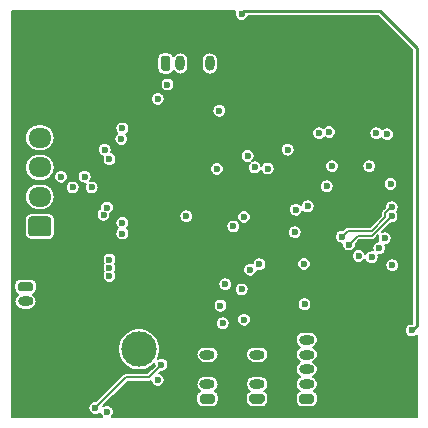
<source format=gbr>
%TF.GenerationSoftware,KiCad,Pcbnew,5.1.10-88a1d61d58~88~ubuntu20.04.1*%
%TF.CreationDate,2021-05-10T19:00:39+02:00*%
%TF.ProjectId,StepperServo,53746570-7065-4725-9365-72766f2e6b69,rev?*%
%TF.SameCoordinates,Original*%
%TF.FileFunction,Copper,L3,Inr*%
%TF.FilePolarity,Positive*%
%FSLAX46Y46*%
G04 Gerber Fmt 4.6, Leading zero omitted, Abs format (unit mm)*
G04 Created by KiCad (PCBNEW 5.1.10-88a1d61d58~88~ubuntu20.04.1) date 2021-05-10 19:00:39*
%MOMM*%
%LPD*%
G01*
G04 APERTURE LIST*
%TA.AperFunction,ComponentPad*%
%ADD10O,1.300000X0.800000*%
%TD*%
%TA.AperFunction,ComponentPad*%
%ADD11O,0.800000X1.300000*%
%TD*%
%TA.AperFunction,ComponentPad*%
%ADD12C,0.800000*%
%TD*%
%TA.AperFunction,ComponentPad*%
%ADD13C,6.400000*%
%TD*%
%TA.AperFunction,ComponentPad*%
%ADD14C,0.500000*%
%TD*%
%TA.AperFunction,ComponentPad*%
%ADD15O,1.950000X1.700000*%
%TD*%
%TA.AperFunction,ComponentPad*%
%ADD16C,3.000000*%
%TD*%
%TA.AperFunction,ViaPad*%
%ADD17C,0.600000*%
%TD*%
%TA.AperFunction,Conductor*%
%ADD18C,0.250000*%
%TD*%
%TA.AperFunction,Conductor*%
%ADD19C,0.150000*%
%TD*%
%TA.AperFunction,Conductor*%
%ADD20C,0.170000*%
%TD*%
%TA.AperFunction,Conductor*%
%ADD21C,0.100000*%
%TD*%
G04 APERTURE END LIST*
D10*
%TO.N,/MCU/tempMotor*%
%TO.C,J6*%
X136500000Y-114150000D03*
%TO.N,+3V3*%
%TA.AperFunction,ComponentPad*%
G36*
G01*
X136050000Y-112500000D02*
X136950000Y-112500000D01*
G75*
G02*
X137150000Y-112700000I0J-200000D01*
G01*
X137150000Y-113100000D01*
G75*
G02*
X136950000Y-113300000I-200000J0D01*
G01*
X136050000Y-113300000D01*
G75*
G02*
X135850000Y-113100000I0J200000D01*
G01*
X135850000Y-112700000D01*
G75*
G02*
X136050000Y-112500000I200000J0D01*
G01*
G37*
%TD.AperFunction*%
%TD*%
D11*
%TO.N,/MCU/I2C2_SCL*%
%TO.C,J4*%
X152100000Y-94000000D03*
%TO.N,GND*%
X150850000Y-94000000D03*
%TO.N,/MCU/I2C2_SDA*%
X149600000Y-94000000D03*
%TO.N,+3V3*%
%TA.AperFunction,ComponentPad*%
G36*
G01*
X147950000Y-94450000D02*
X147950000Y-93550000D01*
G75*
G02*
X148150000Y-93350000I200000J0D01*
G01*
X148550000Y-93350000D01*
G75*
G02*
X148750000Y-93550000I0J-200000D01*
G01*
X148750000Y-94450000D01*
G75*
G02*
X148550000Y-94650000I-200000J0D01*
G01*
X148150000Y-94650000D01*
G75*
G02*
X147950000Y-94450000I0J200000D01*
G01*
G37*
%TD.AperFunction*%
%TD*%
D12*
%TO.N,GND*%
%TO.C,H4*%
X167197056Y-118052944D03*
X165500000Y-117350000D03*
X163802944Y-118052944D03*
X163100000Y-119750000D03*
X163802944Y-121447056D03*
X165500000Y-122150000D03*
X167197056Y-121447056D03*
X167900000Y-119750000D03*
D13*
X165500000Y-119750000D03*
%TD*%
D12*
%TO.N,GND*%
%TO.C,H3*%
X141197056Y-118052944D03*
X139500000Y-117350000D03*
X137802944Y-118052944D03*
X137100000Y-119750000D03*
X137802944Y-121447056D03*
X139500000Y-122150000D03*
X141197056Y-121447056D03*
X141900000Y-119750000D03*
D13*
X139500000Y-119750000D03*
%TD*%
D12*
%TO.N,GND*%
%TO.C,H2*%
X167197056Y-92052944D03*
X165500000Y-91350000D03*
X163802944Y-92052944D03*
X163100000Y-93750000D03*
X163802944Y-95447056D03*
X165500000Y-96150000D03*
X167197056Y-95447056D03*
X167900000Y-93750000D03*
D13*
X165500000Y-93750000D03*
%TD*%
D12*
%TO.N,GND*%
%TO.C,H1*%
X141197056Y-92052944D03*
X139500000Y-91350000D03*
X137802944Y-92052944D03*
X137100000Y-93750000D03*
X137802944Y-95447056D03*
X139500000Y-96150000D03*
X141197056Y-95447056D03*
X141900000Y-93750000D03*
D13*
X139500000Y-93750000D03*
%TD*%
D14*
%TO.N,GND*%
%TO.C,U3*%
X146800000Y-105100000D03*
X146800000Y-104100000D03*
X146800000Y-103100000D03*
X145800000Y-105100000D03*
X145800000Y-104100000D03*
X145800000Y-103100000D03*
X144800000Y-105100000D03*
X144800000Y-104100000D03*
X144800000Y-103100000D03*
%TD*%
D10*
%TO.N,GND*%
%TO.C,J_SWD1*%
X160300000Y-116150000D03*
%TO.N,/MCU/SWO*%
X160300000Y-117400000D03*
%TO.N,/MCU/SWCLK*%
X160300000Y-118650000D03*
%TO.N,/MCU/SWDIO*%
X160300000Y-119900000D03*
%TO.N,+3V3*%
X160300000Y-121150000D03*
%TO.N,/MCU/~RST*%
%TA.AperFunction,ComponentPad*%
G36*
G01*
X160750000Y-122800000D02*
X159850000Y-122800000D01*
G75*
G02*
X159650000Y-122600000I0J200000D01*
G01*
X159650000Y-122200000D01*
G75*
G02*
X159850000Y-122000000I200000J0D01*
G01*
X160750000Y-122000000D01*
G75*
G02*
X160950000Y-122200000I0J-200000D01*
G01*
X160950000Y-122600000D01*
G75*
G02*
X160750000Y-122800000I-200000J0D01*
G01*
G37*
%TD.AperFunction*%
%TD*%
%TO.N,+5V*%
%TO.C,J_CAN2*%
X151900000Y-118650000D03*
%TO.N,GND*%
X151900000Y-119900000D03*
%TO.N,Net-(J_CAN1-Pad2)*%
X151900000Y-121150000D03*
%TO.N,Net-(J_CAN1-Pad1)*%
%TA.AperFunction,ComponentPad*%
G36*
G01*
X152350000Y-122800000D02*
X151450000Y-122800000D01*
G75*
G02*
X151250000Y-122600000I0J200000D01*
G01*
X151250000Y-122200000D01*
G75*
G02*
X151450000Y-122000000I200000J0D01*
G01*
X152350000Y-122000000D01*
G75*
G02*
X152550000Y-122200000I0J-200000D01*
G01*
X152550000Y-122600000D01*
G75*
G02*
X152350000Y-122800000I-200000J0D01*
G01*
G37*
%TD.AperFunction*%
%TD*%
%TO.N,+5V*%
%TO.C,J_CAN1*%
X156100000Y-118650000D03*
%TO.N,GND*%
X156100000Y-119900000D03*
%TO.N,Net-(J_CAN1-Pad2)*%
X156100000Y-121150000D03*
%TO.N,Net-(J_CAN1-Pad1)*%
%TA.AperFunction,ComponentPad*%
G36*
G01*
X156550000Y-122800000D02*
X155650000Y-122800000D01*
G75*
G02*
X155450000Y-122600000I0J200000D01*
G01*
X155450000Y-122200000D01*
G75*
G02*
X155650000Y-122000000I200000J0D01*
G01*
X156550000Y-122000000D01*
G75*
G02*
X156750000Y-122200000I0J-200000D01*
G01*
X156750000Y-122600000D01*
G75*
G02*
X156550000Y-122800000I-200000J0D01*
G01*
G37*
%TD.AperFunction*%
%TD*%
D15*
%TO.N,/StepperDriver/coilB_2*%
%TO.C,J3*%
X137700000Y-100300000D03*
%TO.N,/StepperDriver/coilB_1*%
X137700000Y-102800000D03*
%TO.N,/StepperDriver/coilA_1*%
X137700000Y-105300000D03*
%TO.N,/StepperDriver/coilA_2*%
%TA.AperFunction,ComponentPad*%
G36*
G01*
X138425000Y-108650000D02*
X136975000Y-108650000D01*
G75*
G02*
X136725000Y-108400000I0J250000D01*
G01*
X136725000Y-107200000D01*
G75*
G02*
X136975000Y-106950000I250000J0D01*
G01*
X138425000Y-106950000D01*
G75*
G02*
X138675000Y-107200000I0J-250000D01*
G01*
X138675000Y-108400000D01*
G75*
G02*
X138425000Y-108650000I-250000J0D01*
G01*
G37*
%TD.AperFunction*%
%TD*%
D16*
%TO.N,GND*%
%TO.C,J2*%
X146100000Y-122400000D03*
%TD*%
%TO.N,Net-(J1-Pad1)*%
%TO.C,J1*%
X146100000Y-118200000D03*
%TD*%
D17*
%TO.N,GND*%
X139400000Y-105500000D03*
X139400000Y-106200000D03*
X139400000Y-106900000D03*
X139400000Y-102700000D03*
X139400000Y-102000000D03*
X139400000Y-101300000D03*
X145400000Y-108000000D03*
X135700000Y-107300000D03*
X135700000Y-100900000D03*
X145900000Y-98000000D03*
X147672545Y-111058665D03*
X151100000Y-100000000D03*
X155000000Y-114500000D03*
X159300000Y-107500000D03*
X159100000Y-118400000D03*
X159100000Y-119600000D03*
X164692872Y-102753125D03*
X167302787Y-103313548D03*
X167200000Y-110300000D03*
X160600000Y-99900000D03*
X162700000Y-99200000D03*
X163300000Y-102700000D03*
X160700000Y-97600000D03*
X154200000Y-99400000D03*
X156699996Y-94800000D03*
X165900000Y-114187798D03*
X162047981Y-111220444D03*
X150200000Y-110571000D03*
X159200000Y-114300000D03*
X158950000Y-104750000D03*
X167500000Y-108100000D03*
X160940452Y-111215651D03*
X150000000Y-106100000D03*
X153200000Y-102300000D03*
X156300000Y-102100000D03*
X155905229Y-106694771D03*
X148900000Y-116600000D03*
X157600000Y-111400000D03*
X166500000Y-106300000D03*
X163300000Y-109900000D03*
%TO.N,+3V3*%
X155000000Y-115700000D03*
X165600000Y-102700000D03*
X167400000Y-104200000D03*
X167541689Y-111082678D03*
X165800000Y-110400000D03*
X164700000Y-110300000D03*
X155500000Y-111471000D03*
X158700000Y-101300000D03*
X157000000Y-102900000D03*
X160070856Y-110970355D03*
X155000000Y-107000000D03*
X154090219Y-107801761D03*
%TO.N,+5V*%
X169204001Y-116604001D03*
X154800000Y-89800000D03*
%TO.N,VCC*%
X143400000Y-106200000D03*
X143100000Y-106800000D03*
X143200000Y-101300000D03*
X143600000Y-102100000D03*
X143600000Y-112000000D03*
X143600000Y-111300000D03*
X143600000Y-110600000D03*
%TO.N,/StepperDriver/coilB_2*%
X144700000Y-99500000D03*
X144600000Y-100400000D03*
%TO.N,/StepperDriver/coilB_1*%
X141500000Y-103600000D03*
X139500000Y-103600000D03*
%TO.N,/StepperDriver/coilA_1*%
X142100000Y-104500000D03*
X140500000Y-104500000D03*
%TO.N,/StepperDriver/coilA_2*%
X144700000Y-107500000D03*
X144700000Y-108400000D03*
%TO.N,/MCU/SWO*%
X159300000Y-108300000D03*
%TO.N,/MCU/SWCLK*%
X156300000Y-111000000D03*
%TO.N,/MCU/SWDIO*%
X160118148Y-114387979D03*
%TO.N,/MCU/~RST*%
X162451724Y-102699775D03*
X162000000Y-104400000D03*
X160400000Y-106100002D03*
X152900000Y-98000000D03*
%TO.N,/StepperDriver/~EN*%
X155300000Y-101829000D03*
X147700000Y-97000000D03*
X148512404Y-95787596D03*
%TO.N,Net-(R4-Pad1)*%
X150100000Y-106941990D03*
%TO.N,/MCU/I2C2_SCL*%
X166900000Y-108800000D03*
%TO.N,/MCU/I2C2_SDA*%
X166448185Y-109640058D03*
%TO.N,/MCU/I2C1_SDA*%
X155900000Y-102800000D03*
%TO.N,/MCU/I2C1_SCL*%
X152700000Y-102929000D03*
%TO.N,Net-(C34-Pad2)*%
X162200000Y-99800000D03*
%TO.N,Net-(R19-Pad1)*%
X161352592Y-99905926D03*
%TO.N,/MCU/tempMotor*%
X154800000Y-113133010D03*
X163874562Y-109333179D03*
X147700000Y-120800000D03*
X143400000Y-123500000D03*
X167487526Y-106928423D03*
%TO.N,/inputCurrent*%
X153400000Y-112700009D03*
X167502410Y-106178568D03*
X163270691Y-108674990D03*
%TO.N,Net-(R23-Pad2)*%
X142400000Y-123175010D03*
X148000000Y-119500000D03*
%TO.N,Net-(J_CAN1-Pad2)*%
X153000000Y-114500000D03*
%TO.N,Net-(J_CAN1-Pad1)*%
X153194778Y-115994778D03*
%TO.N,/MCU/Stepper_UART*%
X159383215Y-106376643D03*
%TO.N,/MCU/LED_RED*%
X167100000Y-100000000D03*
%TO.N,/MCU/LED_GREEN*%
X166200000Y-99900000D03*
%TD*%
D18*
%TO.N,+5V*%
X169600000Y-116208002D02*
X169204001Y-116604001D01*
X169600000Y-92706998D02*
X169600000Y-116208002D01*
X166493002Y-89600000D02*
X169600000Y-92706998D01*
X155000000Y-89600000D02*
X166493002Y-89600000D01*
X154800000Y-89800000D02*
X155000000Y-89600000D01*
D19*
%TO.N,/MCU/tempMotor*%
X165815949Y-108600000D02*
X167487526Y-106928423D01*
X164607741Y-108600000D02*
X165815949Y-108600000D01*
X163874562Y-109333179D02*
X164607741Y-108600000D01*
%TO.N,/inputCurrent*%
X163774681Y-108171000D02*
X163270691Y-108674990D01*
X166962525Y-107029146D02*
X165820671Y-108171000D01*
X165820671Y-108171000D02*
X163774681Y-108171000D01*
X166962525Y-106676422D02*
X166962525Y-107029146D01*
X167460379Y-106178568D02*
X166962525Y-106676422D01*
X167502410Y-106178568D02*
X167460379Y-106178568D01*
%TO.N,Net-(R23-Pad2)*%
X146929001Y-120570999D02*
X148000000Y-119500000D01*
X145004011Y-120570999D02*
X146929001Y-120570999D01*
X142400000Y-123175010D02*
X145004011Y-120570999D01*
%TD*%
D20*
%TO.N,GND*%
X154237481Y-89629362D02*
X154215000Y-89742382D01*
X154215000Y-89857618D01*
X154237481Y-89970638D01*
X154281579Y-90077102D01*
X154345600Y-90172916D01*
X154427084Y-90254400D01*
X154522898Y-90318421D01*
X154629362Y-90362519D01*
X154742382Y-90385000D01*
X154857618Y-90385000D01*
X154970638Y-90362519D01*
X155077102Y-90318421D01*
X155172916Y-90254400D01*
X155254400Y-90172916D01*
X155318421Y-90077102D01*
X155346215Y-90010000D01*
X166323176Y-90010000D01*
X169190000Y-92876825D01*
X169190001Y-116019001D01*
X169146383Y-116019001D01*
X169033363Y-116041482D01*
X168926899Y-116085580D01*
X168831085Y-116149601D01*
X168749601Y-116231085D01*
X168685580Y-116326899D01*
X168641482Y-116433363D01*
X168619001Y-116546383D01*
X168619001Y-116661619D01*
X168641482Y-116774639D01*
X168685580Y-116881103D01*
X168749601Y-116976917D01*
X168831085Y-117058401D01*
X168926899Y-117122422D01*
X169033363Y-117166520D01*
X169146383Y-117189001D01*
X169261619Y-117189001D01*
X169374639Y-117166520D01*
X169481103Y-117122422D01*
X169576917Y-117058401D01*
X169615000Y-117020318D01*
X169615000Y-123915000D01*
X143812316Y-123915000D01*
X143854400Y-123872916D01*
X143918421Y-123777102D01*
X143962519Y-123670638D01*
X143985000Y-123557618D01*
X143985000Y-123442382D01*
X143962519Y-123329362D01*
X143918421Y-123222898D01*
X143854400Y-123127084D01*
X143772916Y-123045600D01*
X143677102Y-122981579D01*
X143570638Y-122937481D01*
X143457618Y-122915000D01*
X143342382Y-122915000D01*
X143229362Y-122937481D01*
X143122898Y-122981579D01*
X143061567Y-123022559D01*
X145153128Y-120930999D01*
X146911325Y-120930999D01*
X146929001Y-120932740D01*
X146999573Y-120925789D01*
X147067433Y-120905204D01*
X147118985Y-120877650D01*
X147137481Y-120970638D01*
X147181579Y-121077102D01*
X147245600Y-121172916D01*
X147327084Y-121254400D01*
X147422898Y-121318421D01*
X147529362Y-121362519D01*
X147642382Y-121385000D01*
X147757618Y-121385000D01*
X147870638Y-121362519D01*
X147977102Y-121318421D01*
X148072916Y-121254400D01*
X148154400Y-121172916D01*
X148169712Y-121150000D01*
X150961686Y-121150000D01*
X150974912Y-121284283D01*
X151014081Y-121413406D01*
X151077688Y-121532407D01*
X151163289Y-121636711D01*
X151267593Y-121722312D01*
X151300062Y-121739667D01*
X151263871Y-121750645D01*
X151179783Y-121795591D01*
X151106079Y-121856079D01*
X151045591Y-121929783D01*
X151000645Y-122013871D01*
X150972968Y-122105112D01*
X150963622Y-122200000D01*
X150963622Y-122600000D01*
X150972968Y-122694888D01*
X151000645Y-122786129D01*
X151045591Y-122870217D01*
X151106079Y-122943921D01*
X151179783Y-123004409D01*
X151263871Y-123049355D01*
X151355112Y-123077032D01*
X151450000Y-123086378D01*
X152350000Y-123086378D01*
X152444888Y-123077032D01*
X152536129Y-123049355D01*
X152620217Y-123004409D01*
X152693921Y-122943921D01*
X152754409Y-122870217D01*
X152799355Y-122786129D01*
X152827032Y-122694888D01*
X152836378Y-122600000D01*
X152836378Y-122200000D01*
X152827032Y-122105112D01*
X152799355Y-122013871D01*
X152754409Y-121929783D01*
X152693921Y-121856079D01*
X152620217Y-121795591D01*
X152536129Y-121750645D01*
X152499938Y-121739667D01*
X152532407Y-121722312D01*
X152636711Y-121636711D01*
X152722312Y-121532407D01*
X152785919Y-121413406D01*
X152825088Y-121284283D01*
X152838314Y-121150000D01*
X155161686Y-121150000D01*
X155174912Y-121284283D01*
X155214081Y-121413406D01*
X155277688Y-121532407D01*
X155363289Y-121636711D01*
X155467593Y-121722312D01*
X155500062Y-121739667D01*
X155463871Y-121750645D01*
X155379783Y-121795591D01*
X155306079Y-121856079D01*
X155245591Y-121929783D01*
X155200645Y-122013871D01*
X155172968Y-122105112D01*
X155163622Y-122200000D01*
X155163622Y-122600000D01*
X155172968Y-122694888D01*
X155200645Y-122786129D01*
X155245591Y-122870217D01*
X155306079Y-122943921D01*
X155379783Y-123004409D01*
X155463871Y-123049355D01*
X155555112Y-123077032D01*
X155650000Y-123086378D01*
X156550000Y-123086378D01*
X156644888Y-123077032D01*
X156736129Y-123049355D01*
X156820217Y-123004409D01*
X156893921Y-122943921D01*
X156954409Y-122870217D01*
X156999355Y-122786129D01*
X157027032Y-122694888D01*
X157036378Y-122600000D01*
X157036378Y-122200000D01*
X157027032Y-122105112D01*
X156999355Y-122013871D01*
X156954409Y-121929783D01*
X156893921Y-121856079D01*
X156820217Y-121795591D01*
X156736129Y-121750645D01*
X156699938Y-121739667D01*
X156732407Y-121722312D01*
X156836711Y-121636711D01*
X156922312Y-121532407D01*
X156985919Y-121413406D01*
X157025088Y-121284283D01*
X157038314Y-121150000D01*
X157025088Y-121015717D01*
X156985919Y-120886594D01*
X156922312Y-120767593D01*
X156836711Y-120663289D01*
X156732407Y-120577688D01*
X156613406Y-120514081D01*
X156484283Y-120474912D01*
X156383647Y-120465000D01*
X155816353Y-120465000D01*
X155715717Y-120474912D01*
X155586594Y-120514081D01*
X155467593Y-120577688D01*
X155363289Y-120663289D01*
X155277688Y-120767593D01*
X155214081Y-120886594D01*
X155174912Y-121015717D01*
X155161686Y-121150000D01*
X152838314Y-121150000D01*
X152825088Y-121015717D01*
X152785919Y-120886594D01*
X152722312Y-120767593D01*
X152636711Y-120663289D01*
X152532407Y-120577688D01*
X152413406Y-120514081D01*
X152284283Y-120474912D01*
X152183647Y-120465000D01*
X151616353Y-120465000D01*
X151515717Y-120474912D01*
X151386594Y-120514081D01*
X151267593Y-120577688D01*
X151163289Y-120663289D01*
X151077688Y-120767593D01*
X151014081Y-120886594D01*
X150974912Y-121015717D01*
X150961686Y-121150000D01*
X148169712Y-121150000D01*
X148218421Y-121077102D01*
X148262519Y-120970638D01*
X148285000Y-120857618D01*
X148285000Y-120742382D01*
X148262519Y-120629362D01*
X148218421Y-120522898D01*
X148154400Y-120427084D01*
X148072916Y-120345600D01*
X147977102Y-120281579D01*
X147870638Y-120237481D01*
X147788061Y-120221055D01*
X147927147Y-120081970D01*
X147942382Y-120085000D01*
X148057618Y-120085000D01*
X148170638Y-120062519D01*
X148277102Y-120018421D01*
X148372916Y-119954400D01*
X148454400Y-119872916D01*
X148518421Y-119777102D01*
X148562519Y-119670638D01*
X148585000Y-119557618D01*
X148585000Y-119442382D01*
X148562519Y-119329362D01*
X148518421Y-119222898D01*
X148454400Y-119127084D01*
X148372916Y-119045600D01*
X148277102Y-118981579D01*
X148170638Y-118937481D01*
X148057618Y-118915000D01*
X147942382Y-118915000D01*
X147829362Y-118937481D01*
X147722898Y-118981579D01*
X147702755Y-118995038D01*
X147816404Y-118720665D01*
X147830460Y-118650000D01*
X150961686Y-118650000D01*
X150974912Y-118784283D01*
X151014081Y-118913406D01*
X151077688Y-119032407D01*
X151163289Y-119136711D01*
X151267593Y-119222312D01*
X151386594Y-119285919D01*
X151515717Y-119325088D01*
X151616353Y-119335000D01*
X152183647Y-119335000D01*
X152284283Y-119325088D01*
X152413406Y-119285919D01*
X152532407Y-119222312D01*
X152636711Y-119136711D01*
X152722312Y-119032407D01*
X152785919Y-118913406D01*
X152825088Y-118784283D01*
X152838314Y-118650000D01*
X155161686Y-118650000D01*
X155174912Y-118784283D01*
X155214081Y-118913406D01*
X155277688Y-119032407D01*
X155363289Y-119136711D01*
X155467593Y-119222312D01*
X155586594Y-119285919D01*
X155715717Y-119325088D01*
X155816353Y-119335000D01*
X156383647Y-119335000D01*
X156484283Y-119325088D01*
X156613406Y-119285919D01*
X156732407Y-119222312D01*
X156836711Y-119136711D01*
X156922312Y-119032407D01*
X156985919Y-118913406D01*
X157025088Y-118784283D01*
X157038314Y-118650000D01*
X157025088Y-118515717D01*
X156985919Y-118386594D01*
X156922312Y-118267593D01*
X156836711Y-118163289D01*
X156732407Y-118077688D01*
X156613406Y-118014081D01*
X156484283Y-117974912D01*
X156383647Y-117965000D01*
X155816353Y-117965000D01*
X155715717Y-117974912D01*
X155586594Y-118014081D01*
X155467593Y-118077688D01*
X155363289Y-118163289D01*
X155277688Y-118267593D01*
X155214081Y-118386594D01*
X155174912Y-118515717D01*
X155161686Y-118650000D01*
X152838314Y-118650000D01*
X152825088Y-118515717D01*
X152785919Y-118386594D01*
X152722312Y-118267593D01*
X152636711Y-118163289D01*
X152532407Y-118077688D01*
X152413406Y-118014081D01*
X152284283Y-117974912D01*
X152183647Y-117965000D01*
X151616353Y-117965000D01*
X151515717Y-117974912D01*
X151386594Y-118014081D01*
X151267593Y-118077688D01*
X151163289Y-118163289D01*
X151077688Y-118267593D01*
X151014081Y-118386594D01*
X150974912Y-118515717D01*
X150961686Y-118650000D01*
X147830460Y-118650000D01*
X147885000Y-118375807D01*
X147885000Y-118024193D01*
X147816404Y-117679335D01*
X147700700Y-117400000D01*
X159361686Y-117400000D01*
X159374912Y-117534283D01*
X159414081Y-117663406D01*
X159477688Y-117782407D01*
X159563289Y-117886711D01*
X159667593Y-117972312D01*
X159766166Y-118025000D01*
X159667593Y-118077688D01*
X159563289Y-118163289D01*
X159477688Y-118267593D01*
X159414081Y-118386594D01*
X159374912Y-118515717D01*
X159361686Y-118650000D01*
X159374912Y-118784283D01*
X159414081Y-118913406D01*
X159477688Y-119032407D01*
X159563289Y-119136711D01*
X159667593Y-119222312D01*
X159766166Y-119275000D01*
X159667593Y-119327688D01*
X159563289Y-119413289D01*
X159477688Y-119517593D01*
X159414081Y-119636594D01*
X159374912Y-119765717D01*
X159361686Y-119900000D01*
X159374912Y-120034283D01*
X159414081Y-120163406D01*
X159477688Y-120282407D01*
X159563289Y-120386711D01*
X159667593Y-120472312D01*
X159766166Y-120525000D01*
X159667593Y-120577688D01*
X159563289Y-120663289D01*
X159477688Y-120767593D01*
X159414081Y-120886594D01*
X159374912Y-121015717D01*
X159361686Y-121150000D01*
X159374912Y-121284283D01*
X159414081Y-121413406D01*
X159477688Y-121532407D01*
X159563289Y-121636711D01*
X159667593Y-121722312D01*
X159700062Y-121739667D01*
X159663871Y-121750645D01*
X159579783Y-121795591D01*
X159506079Y-121856079D01*
X159445591Y-121929783D01*
X159400645Y-122013871D01*
X159372968Y-122105112D01*
X159363622Y-122200000D01*
X159363622Y-122600000D01*
X159372968Y-122694888D01*
X159400645Y-122786129D01*
X159445591Y-122870217D01*
X159506079Y-122943921D01*
X159579783Y-123004409D01*
X159663871Y-123049355D01*
X159755112Y-123077032D01*
X159850000Y-123086378D01*
X160750000Y-123086378D01*
X160844888Y-123077032D01*
X160936129Y-123049355D01*
X161020217Y-123004409D01*
X161093921Y-122943921D01*
X161154409Y-122870217D01*
X161199355Y-122786129D01*
X161227032Y-122694888D01*
X161236378Y-122600000D01*
X161236378Y-122200000D01*
X161227032Y-122105112D01*
X161199355Y-122013871D01*
X161154409Y-121929783D01*
X161093921Y-121856079D01*
X161020217Y-121795591D01*
X160936129Y-121750645D01*
X160899938Y-121739667D01*
X160932407Y-121722312D01*
X161036711Y-121636711D01*
X161122312Y-121532407D01*
X161185919Y-121413406D01*
X161225088Y-121284283D01*
X161238314Y-121150000D01*
X161225088Y-121015717D01*
X161185919Y-120886594D01*
X161122312Y-120767593D01*
X161036711Y-120663289D01*
X160932407Y-120577688D01*
X160833834Y-120525000D01*
X160932407Y-120472312D01*
X161036711Y-120386711D01*
X161122312Y-120282407D01*
X161185919Y-120163406D01*
X161225088Y-120034283D01*
X161238314Y-119900000D01*
X161225088Y-119765717D01*
X161185919Y-119636594D01*
X161122312Y-119517593D01*
X161036711Y-119413289D01*
X160932407Y-119327688D01*
X160833834Y-119275000D01*
X160932407Y-119222312D01*
X161036711Y-119136711D01*
X161122312Y-119032407D01*
X161185919Y-118913406D01*
X161225088Y-118784283D01*
X161238314Y-118650000D01*
X161225088Y-118515717D01*
X161185919Y-118386594D01*
X161122312Y-118267593D01*
X161036711Y-118163289D01*
X160932407Y-118077688D01*
X160833834Y-118025000D01*
X160932407Y-117972312D01*
X161036711Y-117886711D01*
X161122312Y-117782407D01*
X161185919Y-117663406D01*
X161225088Y-117534283D01*
X161238314Y-117400000D01*
X161225088Y-117265717D01*
X161185919Y-117136594D01*
X161122312Y-117017593D01*
X161036711Y-116913289D01*
X160932407Y-116827688D01*
X160813406Y-116764081D01*
X160684283Y-116724912D01*
X160583647Y-116715000D01*
X160016353Y-116715000D01*
X159915717Y-116724912D01*
X159786594Y-116764081D01*
X159667593Y-116827688D01*
X159563289Y-116913289D01*
X159477688Y-117017593D01*
X159414081Y-117136594D01*
X159374912Y-117265717D01*
X159361686Y-117400000D01*
X147700700Y-117400000D01*
X147681847Y-117354485D01*
X147486500Y-117062129D01*
X147237871Y-116813500D01*
X146945515Y-116618153D01*
X146620665Y-116483596D01*
X146275807Y-116415000D01*
X145924193Y-116415000D01*
X145579335Y-116483596D01*
X145254485Y-116618153D01*
X144962129Y-116813500D01*
X144713500Y-117062129D01*
X144518153Y-117354485D01*
X144383596Y-117679335D01*
X144315000Y-118024193D01*
X144315000Y-118375807D01*
X144383596Y-118720665D01*
X144518153Y-119045515D01*
X144713500Y-119337871D01*
X144962129Y-119586500D01*
X145254485Y-119781847D01*
X145579335Y-119916404D01*
X145924193Y-119985000D01*
X146275807Y-119985000D01*
X146620665Y-119916404D01*
X146945515Y-119781847D01*
X147237871Y-119586500D01*
X147423197Y-119401174D01*
X147415000Y-119442382D01*
X147415000Y-119557618D01*
X147418030Y-119572853D01*
X146779885Y-120210999D01*
X145021690Y-120210999D01*
X145004011Y-120209258D01*
X144933439Y-120216208D01*
X144865578Y-120236794D01*
X144843794Y-120248438D01*
X144803038Y-120270222D01*
X144748221Y-120315209D01*
X144736949Y-120328944D01*
X142472853Y-122593040D01*
X142457618Y-122590010D01*
X142342382Y-122590010D01*
X142229362Y-122612491D01*
X142122898Y-122656589D01*
X142027084Y-122720610D01*
X141945600Y-122802094D01*
X141881579Y-122897908D01*
X141837481Y-123004372D01*
X141815000Y-123117392D01*
X141815000Y-123232628D01*
X141837481Y-123345648D01*
X141881579Y-123452112D01*
X141945600Y-123547926D01*
X142027084Y-123629410D01*
X142122898Y-123693431D01*
X142229362Y-123737529D01*
X142342382Y-123760010D01*
X142457618Y-123760010D01*
X142570638Y-123737529D01*
X142677102Y-123693431D01*
X142772916Y-123629410D01*
X142819929Y-123582397D01*
X142837481Y-123670638D01*
X142881579Y-123777102D01*
X142945600Y-123872916D01*
X142987684Y-123915000D01*
X135385000Y-123915000D01*
X135385000Y-115937160D01*
X152609778Y-115937160D01*
X152609778Y-116052396D01*
X152632259Y-116165416D01*
X152676357Y-116271880D01*
X152740378Y-116367694D01*
X152821862Y-116449178D01*
X152917676Y-116513199D01*
X153024140Y-116557297D01*
X153137160Y-116579778D01*
X153252396Y-116579778D01*
X153365416Y-116557297D01*
X153471880Y-116513199D01*
X153567694Y-116449178D01*
X153649178Y-116367694D01*
X153713199Y-116271880D01*
X153757297Y-116165416D01*
X153779778Y-116052396D01*
X153779778Y-115937160D01*
X153757297Y-115824140D01*
X153713199Y-115717676D01*
X153662890Y-115642382D01*
X154415000Y-115642382D01*
X154415000Y-115757618D01*
X154437481Y-115870638D01*
X154481579Y-115977102D01*
X154545600Y-116072916D01*
X154627084Y-116154400D01*
X154722898Y-116218421D01*
X154829362Y-116262519D01*
X154942382Y-116285000D01*
X155057618Y-116285000D01*
X155170638Y-116262519D01*
X155277102Y-116218421D01*
X155372916Y-116154400D01*
X155454400Y-116072916D01*
X155518421Y-115977102D01*
X155562519Y-115870638D01*
X155585000Y-115757618D01*
X155585000Y-115642382D01*
X155562519Y-115529362D01*
X155518421Y-115422898D01*
X155454400Y-115327084D01*
X155372916Y-115245600D01*
X155277102Y-115181579D01*
X155170638Y-115137481D01*
X155057618Y-115115000D01*
X154942382Y-115115000D01*
X154829362Y-115137481D01*
X154722898Y-115181579D01*
X154627084Y-115245600D01*
X154545600Y-115327084D01*
X154481579Y-115422898D01*
X154437481Y-115529362D01*
X154415000Y-115642382D01*
X153662890Y-115642382D01*
X153649178Y-115621862D01*
X153567694Y-115540378D01*
X153471880Y-115476357D01*
X153365416Y-115432259D01*
X153252396Y-115409778D01*
X153137160Y-115409778D01*
X153024140Y-115432259D01*
X152917676Y-115476357D01*
X152821862Y-115540378D01*
X152740378Y-115621862D01*
X152676357Y-115717676D01*
X152632259Y-115824140D01*
X152609778Y-115937160D01*
X135385000Y-115937160D01*
X135385000Y-114150000D01*
X135561686Y-114150000D01*
X135574912Y-114284283D01*
X135614081Y-114413406D01*
X135677688Y-114532407D01*
X135763289Y-114636711D01*
X135867593Y-114722312D01*
X135986594Y-114785919D01*
X136115717Y-114825088D01*
X136216353Y-114835000D01*
X136783647Y-114835000D01*
X136884283Y-114825088D01*
X137013406Y-114785919D01*
X137132407Y-114722312D01*
X137236711Y-114636711D01*
X137322312Y-114532407D01*
X137370431Y-114442382D01*
X152415000Y-114442382D01*
X152415000Y-114557618D01*
X152437481Y-114670638D01*
X152481579Y-114777102D01*
X152545600Y-114872916D01*
X152627084Y-114954400D01*
X152722898Y-115018421D01*
X152829362Y-115062519D01*
X152942382Y-115085000D01*
X153057618Y-115085000D01*
X153170638Y-115062519D01*
X153277102Y-115018421D01*
X153372916Y-114954400D01*
X153454400Y-114872916D01*
X153518421Y-114777102D01*
X153562519Y-114670638D01*
X153585000Y-114557618D01*
X153585000Y-114442382D01*
X153562718Y-114330361D01*
X159533148Y-114330361D01*
X159533148Y-114445597D01*
X159555629Y-114558617D01*
X159599727Y-114665081D01*
X159663748Y-114760895D01*
X159745232Y-114842379D01*
X159841046Y-114906400D01*
X159947510Y-114950498D01*
X160060530Y-114972979D01*
X160175766Y-114972979D01*
X160288786Y-114950498D01*
X160395250Y-114906400D01*
X160491064Y-114842379D01*
X160572548Y-114760895D01*
X160636569Y-114665081D01*
X160680667Y-114558617D01*
X160703148Y-114445597D01*
X160703148Y-114330361D01*
X160680667Y-114217341D01*
X160636569Y-114110877D01*
X160572548Y-114015063D01*
X160491064Y-113933579D01*
X160395250Y-113869558D01*
X160288786Y-113825460D01*
X160175766Y-113802979D01*
X160060530Y-113802979D01*
X159947510Y-113825460D01*
X159841046Y-113869558D01*
X159745232Y-113933579D01*
X159663748Y-114015063D01*
X159599727Y-114110877D01*
X159555629Y-114217341D01*
X159533148Y-114330361D01*
X153562718Y-114330361D01*
X153562519Y-114329362D01*
X153518421Y-114222898D01*
X153454400Y-114127084D01*
X153372916Y-114045600D01*
X153277102Y-113981579D01*
X153170638Y-113937481D01*
X153057618Y-113915000D01*
X152942382Y-113915000D01*
X152829362Y-113937481D01*
X152722898Y-113981579D01*
X152627084Y-114045600D01*
X152545600Y-114127084D01*
X152481579Y-114222898D01*
X152437481Y-114329362D01*
X152415000Y-114442382D01*
X137370431Y-114442382D01*
X137385919Y-114413406D01*
X137425088Y-114284283D01*
X137438314Y-114150000D01*
X137425088Y-114015717D01*
X137385919Y-113886594D01*
X137322312Y-113767593D01*
X137236711Y-113663289D01*
X137132407Y-113577688D01*
X137099938Y-113560333D01*
X137136129Y-113549355D01*
X137220217Y-113504409D01*
X137293921Y-113443921D01*
X137354409Y-113370217D01*
X137399355Y-113286129D01*
X137427032Y-113194888D01*
X137436378Y-113100000D01*
X137436378Y-112700000D01*
X137430704Y-112642391D01*
X152815000Y-112642391D01*
X152815000Y-112757627D01*
X152837481Y-112870647D01*
X152881579Y-112977111D01*
X152945600Y-113072925D01*
X153027084Y-113154409D01*
X153122898Y-113218430D01*
X153229362Y-113262528D01*
X153342382Y-113285009D01*
X153457618Y-113285009D01*
X153570638Y-113262528D01*
X153677102Y-113218430D01*
X153772916Y-113154409D01*
X153851933Y-113075392D01*
X154215000Y-113075392D01*
X154215000Y-113190628D01*
X154237481Y-113303648D01*
X154281579Y-113410112D01*
X154345600Y-113505926D01*
X154427084Y-113587410D01*
X154522898Y-113651431D01*
X154629362Y-113695529D01*
X154742382Y-113718010D01*
X154857618Y-113718010D01*
X154970638Y-113695529D01*
X155077102Y-113651431D01*
X155172916Y-113587410D01*
X155254400Y-113505926D01*
X155318421Y-113410112D01*
X155362519Y-113303648D01*
X155385000Y-113190628D01*
X155385000Y-113075392D01*
X155362519Y-112962372D01*
X155318421Y-112855908D01*
X155254400Y-112760094D01*
X155172916Y-112678610D01*
X155077102Y-112614589D01*
X154970638Y-112570491D01*
X154857618Y-112548010D01*
X154742382Y-112548010D01*
X154629362Y-112570491D01*
X154522898Y-112614589D01*
X154427084Y-112678610D01*
X154345600Y-112760094D01*
X154281579Y-112855908D01*
X154237481Y-112962372D01*
X154215000Y-113075392D01*
X153851933Y-113075392D01*
X153854400Y-113072925D01*
X153918421Y-112977111D01*
X153962519Y-112870647D01*
X153985000Y-112757627D01*
X153985000Y-112642391D01*
X153962519Y-112529371D01*
X153918421Y-112422907D01*
X153854400Y-112327093D01*
X153772916Y-112245609D01*
X153677102Y-112181588D01*
X153570638Y-112137490D01*
X153457618Y-112115009D01*
X153342382Y-112115009D01*
X153229362Y-112137490D01*
X153122898Y-112181588D01*
X153027084Y-112245609D01*
X152945600Y-112327093D01*
X152881579Y-112422907D01*
X152837481Y-112529371D01*
X152815000Y-112642391D01*
X137430704Y-112642391D01*
X137427032Y-112605112D01*
X137399355Y-112513871D01*
X137354409Y-112429783D01*
X137293921Y-112356079D01*
X137220217Y-112295591D01*
X137136129Y-112250645D01*
X137044888Y-112222968D01*
X136950000Y-112213622D01*
X136050000Y-112213622D01*
X135955112Y-112222968D01*
X135863871Y-112250645D01*
X135779783Y-112295591D01*
X135706079Y-112356079D01*
X135645591Y-112429783D01*
X135600645Y-112513871D01*
X135572968Y-112605112D01*
X135563622Y-112700000D01*
X135563622Y-113100000D01*
X135572968Y-113194888D01*
X135600645Y-113286129D01*
X135645591Y-113370217D01*
X135706079Y-113443921D01*
X135779783Y-113504409D01*
X135863871Y-113549355D01*
X135900062Y-113560333D01*
X135867593Y-113577688D01*
X135763289Y-113663289D01*
X135677688Y-113767593D01*
X135614081Y-113886594D01*
X135574912Y-114015717D01*
X135561686Y-114150000D01*
X135385000Y-114150000D01*
X135385000Y-110542382D01*
X143015000Y-110542382D01*
X143015000Y-110657618D01*
X143037481Y-110770638D01*
X143081579Y-110877102D01*
X143130288Y-110950000D01*
X143081579Y-111022898D01*
X143037481Y-111129362D01*
X143015000Y-111242382D01*
X143015000Y-111357618D01*
X143037481Y-111470638D01*
X143081579Y-111577102D01*
X143130288Y-111650000D01*
X143081579Y-111722898D01*
X143037481Y-111829362D01*
X143015000Y-111942382D01*
X143015000Y-112057618D01*
X143037481Y-112170638D01*
X143081579Y-112277102D01*
X143145600Y-112372916D01*
X143227084Y-112454400D01*
X143322898Y-112518421D01*
X143429362Y-112562519D01*
X143542382Y-112585000D01*
X143657618Y-112585000D01*
X143770638Y-112562519D01*
X143877102Y-112518421D01*
X143972916Y-112454400D01*
X144054400Y-112372916D01*
X144118421Y-112277102D01*
X144162519Y-112170638D01*
X144185000Y-112057618D01*
X144185000Y-111942382D01*
X144162519Y-111829362D01*
X144118421Y-111722898D01*
X144069712Y-111650000D01*
X144118421Y-111577102D01*
X144162519Y-111470638D01*
X144173907Y-111413382D01*
X154915000Y-111413382D01*
X154915000Y-111528618D01*
X154937481Y-111641638D01*
X154981579Y-111748102D01*
X155045600Y-111843916D01*
X155127084Y-111925400D01*
X155222898Y-111989421D01*
X155329362Y-112033519D01*
X155442382Y-112056000D01*
X155557618Y-112056000D01*
X155670638Y-112033519D01*
X155777102Y-111989421D01*
X155872916Y-111925400D01*
X155954400Y-111843916D01*
X156018421Y-111748102D01*
X156062519Y-111641638D01*
X156082147Y-111542962D01*
X156129362Y-111562519D01*
X156242382Y-111585000D01*
X156357618Y-111585000D01*
X156470638Y-111562519D01*
X156577102Y-111518421D01*
X156672916Y-111454400D01*
X156754400Y-111372916D01*
X156818421Y-111277102D01*
X156862519Y-111170638D01*
X156885000Y-111057618D01*
X156885000Y-110942382D01*
X156879104Y-110912737D01*
X159485856Y-110912737D01*
X159485856Y-111027973D01*
X159508337Y-111140993D01*
X159552435Y-111247457D01*
X159616456Y-111343271D01*
X159697940Y-111424755D01*
X159793754Y-111488776D01*
X159900218Y-111532874D01*
X160013238Y-111555355D01*
X160128474Y-111555355D01*
X160241494Y-111532874D01*
X160347958Y-111488776D01*
X160443772Y-111424755D01*
X160525256Y-111343271D01*
X160589277Y-111247457D01*
X160633375Y-111140993D01*
X160655856Y-111027973D01*
X160655856Y-111025060D01*
X166956689Y-111025060D01*
X166956689Y-111140296D01*
X166979170Y-111253316D01*
X167023268Y-111359780D01*
X167087289Y-111455594D01*
X167168773Y-111537078D01*
X167264587Y-111601099D01*
X167371051Y-111645197D01*
X167484071Y-111667678D01*
X167599307Y-111667678D01*
X167712327Y-111645197D01*
X167818791Y-111601099D01*
X167914605Y-111537078D01*
X167996089Y-111455594D01*
X168060110Y-111359780D01*
X168104208Y-111253316D01*
X168126689Y-111140296D01*
X168126689Y-111025060D01*
X168104208Y-110912040D01*
X168060110Y-110805576D01*
X167996089Y-110709762D01*
X167914605Y-110628278D01*
X167818791Y-110564257D01*
X167712327Y-110520159D01*
X167599307Y-110497678D01*
X167484071Y-110497678D01*
X167371051Y-110520159D01*
X167264587Y-110564257D01*
X167168773Y-110628278D01*
X167087289Y-110709762D01*
X167023268Y-110805576D01*
X166979170Y-110912040D01*
X166956689Y-111025060D01*
X160655856Y-111025060D01*
X160655856Y-110912737D01*
X160633375Y-110799717D01*
X160589277Y-110693253D01*
X160525256Y-110597439D01*
X160443772Y-110515955D01*
X160347958Y-110451934D01*
X160241494Y-110407836D01*
X160128474Y-110385355D01*
X160013238Y-110385355D01*
X159900218Y-110407836D01*
X159793754Y-110451934D01*
X159697940Y-110515955D01*
X159616456Y-110597439D01*
X159552435Y-110693253D01*
X159508337Y-110799717D01*
X159485856Y-110912737D01*
X156879104Y-110912737D01*
X156862519Y-110829362D01*
X156818421Y-110722898D01*
X156754400Y-110627084D01*
X156672916Y-110545600D01*
X156577102Y-110481579D01*
X156470638Y-110437481D01*
X156357618Y-110415000D01*
X156242382Y-110415000D01*
X156129362Y-110437481D01*
X156022898Y-110481579D01*
X155927084Y-110545600D01*
X155845600Y-110627084D01*
X155781579Y-110722898D01*
X155737481Y-110829362D01*
X155717853Y-110928038D01*
X155670638Y-110908481D01*
X155557618Y-110886000D01*
X155442382Y-110886000D01*
X155329362Y-110908481D01*
X155222898Y-110952579D01*
X155127084Y-111016600D01*
X155045600Y-111098084D01*
X154981579Y-111193898D01*
X154937481Y-111300362D01*
X154915000Y-111413382D01*
X144173907Y-111413382D01*
X144185000Y-111357618D01*
X144185000Y-111242382D01*
X144162519Y-111129362D01*
X144118421Y-111022898D01*
X144069712Y-110950000D01*
X144118421Y-110877102D01*
X144162519Y-110770638D01*
X144185000Y-110657618D01*
X144185000Y-110542382D01*
X144162519Y-110429362D01*
X144118421Y-110322898D01*
X144054400Y-110227084D01*
X143972916Y-110145600D01*
X143877102Y-110081579D01*
X143770638Y-110037481D01*
X143657618Y-110015000D01*
X143542382Y-110015000D01*
X143429362Y-110037481D01*
X143322898Y-110081579D01*
X143227084Y-110145600D01*
X143145600Y-110227084D01*
X143081579Y-110322898D01*
X143037481Y-110429362D01*
X143015000Y-110542382D01*
X135385000Y-110542382D01*
X135385000Y-107200000D01*
X136438622Y-107200000D01*
X136438622Y-108400000D01*
X136448928Y-108504642D01*
X136479451Y-108605263D01*
X136529018Y-108697996D01*
X136595723Y-108779277D01*
X136677004Y-108845982D01*
X136769737Y-108895549D01*
X136870358Y-108926072D01*
X136975000Y-108936378D01*
X138425000Y-108936378D01*
X138529642Y-108926072D01*
X138630263Y-108895549D01*
X138722996Y-108845982D01*
X138804277Y-108779277D01*
X138870982Y-108697996D01*
X138920549Y-108605263D01*
X138951072Y-108504642D01*
X138961378Y-108400000D01*
X138961378Y-107442382D01*
X144115000Y-107442382D01*
X144115000Y-107557618D01*
X144137481Y-107670638D01*
X144181579Y-107777102D01*
X144245600Y-107872916D01*
X144322684Y-107950000D01*
X144245600Y-108027084D01*
X144181579Y-108122898D01*
X144137481Y-108229362D01*
X144115000Y-108342382D01*
X144115000Y-108457618D01*
X144137481Y-108570638D01*
X144181579Y-108677102D01*
X144245600Y-108772916D01*
X144327084Y-108854400D01*
X144422898Y-108918421D01*
X144529362Y-108962519D01*
X144642382Y-108985000D01*
X144757618Y-108985000D01*
X144870638Y-108962519D01*
X144977102Y-108918421D01*
X145072916Y-108854400D01*
X145154400Y-108772916D01*
X145218421Y-108677102D01*
X145262519Y-108570638D01*
X145285000Y-108457618D01*
X145285000Y-108342382D01*
X145262519Y-108229362D01*
X145218421Y-108122898D01*
X145154400Y-108027084D01*
X145077316Y-107950000D01*
X145154400Y-107872916D01*
X145218421Y-107777102D01*
X145232072Y-107744143D01*
X153505219Y-107744143D01*
X153505219Y-107859379D01*
X153527700Y-107972399D01*
X153571798Y-108078863D01*
X153635819Y-108174677D01*
X153717303Y-108256161D01*
X153813117Y-108320182D01*
X153919581Y-108364280D01*
X154032601Y-108386761D01*
X154147837Y-108386761D01*
X154260857Y-108364280D01*
X154367321Y-108320182D01*
X154463135Y-108256161D01*
X154476914Y-108242382D01*
X158715000Y-108242382D01*
X158715000Y-108357618D01*
X158737481Y-108470638D01*
X158781579Y-108577102D01*
X158845600Y-108672916D01*
X158927084Y-108754400D01*
X159022898Y-108818421D01*
X159129362Y-108862519D01*
X159242382Y-108885000D01*
X159357618Y-108885000D01*
X159470638Y-108862519D01*
X159577102Y-108818421D01*
X159672916Y-108754400D01*
X159754400Y-108672916D01*
X159791513Y-108617372D01*
X162685691Y-108617372D01*
X162685691Y-108732608D01*
X162708172Y-108845628D01*
X162752270Y-108952092D01*
X162816291Y-109047906D01*
X162897775Y-109129390D01*
X162993589Y-109193411D01*
X163100053Y-109237509D01*
X163213073Y-109259990D01*
X163292659Y-109259990D01*
X163289562Y-109275561D01*
X163289562Y-109390797D01*
X163312043Y-109503817D01*
X163356141Y-109610281D01*
X163420162Y-109706095D01*
X163501646Y-109787579D01*
X163597460Y-109851600D01*
X163703924Y-109895698D01*
X163816944Y-109918179D01*
X163932180Y-109918179D01*
X164045200Y-109895698D01*
X164151664Y-109851600D01*
X164247478Y-109787579D01*
X164328962Y-109706095D01*
X164392983Y-109610281D01*
X164437081Y-109503817D01*
X164459562Y-109390797D01*
X164459562Y-109275561D01*
X164456532Y-109260326D01*
X164756858Y-108960000D01*
X165798273Y-108960000D01*
X165815949Y-108961741D01*
X165886521Y-108954790D01*
X165895415Y-108952092D01*
X165954381Y-108934205D01*
X166016922Y-108900777D01*
X166071739Y-108855790D01*
X166083015Y-108842050D01*
X166367021Y-108558044D01*
X166337481Y-108629362D01*
X166315000Y-108742382D01*
X166315000Y-108857618D01*
X166337481Y-108970638D01*
X166373827Y-109058388D01*
X166277547Y-109077539D01*
X166171083Y-109121637D01*
X166075269Y-109185658D01*
X165993785Y-109267142D01*
X165929764Y-109362956D01*
X165885666Y-109469420D01*
X165863185Y-109582440D01*
X165863185Y-109697676D01*
X165885666Y-109810696D01*
X165890127Y-109821466D01*
X165857618Y-109815000D01*
X165742382Y-109815000D01*
X165629362Y-109837481D01*
X165522898Y-109881579D01*
X165427084Y-109945600D01*
X165345600Y-110027084D01*
X165281579Y-110122898D01*
X165267834Y-110156082D01*
X165262519Y-110129362D01*
X165218421Y-110022898D01*
X165154400Y-109927084D01*
X165072916Y-109845600D01*
X164977102Y-109781579D01*
X164870638Y-109737481D01*
X164757618Y-109715000D01*
X164642382Y-109715000D01*
X164529362Y-109737481D01*
X164422898Y-109781579D01*
X164327084Y-109845600D01*
X164245600Y-109927084D01*
X164181579Y-110022898D01*
X164137481Y-110129362D01*
X164115000Y-110242382D01*
X164115000Y-110357618D01*
X164137481Y-110470638D01*
X164181579Y-110577102D01*
X164245600Y-110672916D01*
X164327084Y-110754400D01*
X164422898Y-110818421D01*
X164529362Y-110862519D01*
X164642382Y-110885000D01*
X164757618Y-110885000D01*
X164870638Y-110862519D01*
X164977102Y-110818421D01*
X165072916Y-110754400D01*
X165154400Y-110672916D01*
X165218421Y-110577102D01*
X165232166Y-110543918D01*
X165237481Y-110570638D01*
X165281579Y-110677102D01*
X165345600Y-110772916D01*
X165427084Y-110854400D01*
X165522898Y-110918421D01*
X165629362Y-110962519D01*
X165742382Y-110985000D01*
X165857618Y-110985000D01*
X165970638Y-110962519D01*
X166077102Y-110918421D01*
X166172916Y-110854400D01*
X166254400Y-110772916D01*
X166318421Y-110677102D01*
X166362519Y-110570638D01*
X166385000Y-110457618D01*
X166385000Y-110342382D01*
X166362519Y-110229362D01*
X166358058Y-110218592D01*
X166390567Y-110225058D01*
X166505803Y-110225058D01*
X166618823Y-110202577D01*
X166725287Y-110158479D01*
X166821101Y-110094458D01*
X166902585Y-110012974D01*
X166966606Y-109917160D01*
X167010704Y-109810696D01*
X167033185Y-109697676D01*
X167033185Y-109582440D01*
X167010704Y-109469420D01*
X166974358Y-109381670D01*
X167070638Y-109362519D01*
X167177102Y-109318421D01*
X167272916Y-109254400D01*
X167354400Y-109172916D01*
X167418421Y-109077102D01*
X167462519Y-108970638D01*
X167485000Y-108857618D01*
X167485000Y-108742382D01*
X167462519Y-108629362D01*
X167418421Y-108522898D01*
X167354400Y-108427084D01*
X167272916Y-108345600D01*
X167177102Y-108281579D01*
X167070638Y-108237481D01*
X166957618Y-108215000D01*
X166842382Y-108215000D01*
X166729362Y-108237481D01*
X166658044Y-108267021D01*
X167414673Y-107510393D01*
X167429908Y-107513423D01*
X167545144Y-107513423D01*
X167658164Y-107490942D01*
X167764628Y-107446844D01*
X167860442Y-107382823D01*
X167941926Y-107301339D01*
X168005947Y-107205525D01*
X168050045Y-107099061D01*
X168072526Y-106986041D01*
X168072526Y-106870805D01*
X168050045Y-106757785D01*
X168005947Y-106651321D01*
X167946276Y-106562018D01*
X167956810Y-106551484D01*
X168020831Y-106455670D01*
X168064929Y-106349206D01*
X168087410Y-106236186D01*
X168087410Y-106120950D01*
X168064929Y-106007930D01*
X168020831Y-105901466D01*
X167956810Y-105805652D01*
X167875326Y-105724168D01*
X167779512Y-105660147D01*
X167673048Y-105616049D01*
X167560028Y-105593568D01*
X167444792Y-105593568D01*
X167331772Y-105616049D01*
X167225308Y-105660147D01*
X167129494Y-105724168D01*
X167048010Y-105805652D01*
X166983989Y-105901466D01*
X166939891Y-106007930D01*
X166917410Y-106120950D01*
X166917410Y-106212421D01*
X166720471Y-106409360D01*
X166706735Y-106420633D01*
X166661748Y-106475450D01*
X166628320Y-106537991D01*
X166626012Y-106545600D01*
X166607735Y-106605850D01*
X166600784Y-106676422D01*
X166602525Y-106694098D01*
X166602525Y-106880030D01*
X165671555Y-107811000D01*
X163792356Y-107811000D01*
X163774680Y-107809259D01*
X163704108Y-107816210D01*
X163683523Y-107822455D01*
X163636249Y-107836795D01*
X163573708Y-107870223D01*
X163518891Y-107915210D01*
X163507615Y-107928950D01*
X163343544Y-108093021D01*
X163328309Y-108089990D01*
X163213073Y-108089990D01*
X163100053Y-108112471D01*
X162993589Y-108156569D01*
X162897775Y-108220590D01*
X162816291Y-108302074D01*
X162752270Y-108397888D01*
X162708172Y-108504352D01*
X162685691Y-108617372D01*
X159791513Y-108617372D01*
X159818421Y-108577102D01*
X159862519Y-108470638D01*
X159885000Y-108357618D01*
X159885000Y-108242382D01*
X159862519Y-108129362D01*
X159818421Y-108022898D01*
X159754400Y-107927084D01*
X159672916Y-107845600D01*
X159577102Y-107781579D01*
X159470638Y-107737481D01*
X159357618Y-107715000D01*
X159242382Y-107715000D01*
X159129362Y-107737481D01*
X159022898Y-107781579D01*
X158927084Y-107845600D01*
X158845600Y-107927084D01*
X158781579Y-108022898D01*
X158737481Y-108129362D01*
X158715000Y-108242382D01*
X154476914Y-108242382D01*
X154544619Y-108174677D01*
X154608640Y-108078863D01*
X154652738Y-107972399D01*
X154675219Y-107859379D01*
X154675219Y-107744143D01*
X154652738Y-107631123D01*
X154608640Y-107524659D01*
X154544619Y-107428845D01*
X154463135Y-107347361D01*
X154367321Y-107283340D01*
X154260857Y-107239242D01*
X154147837Y-107216761D01*
X154032601Y-107216761D01*
X153919581Y-107239242D01*
X153813117Y-107283340D01*
X153717303Y-107347361D01*
X153635819Y-107428845D01*
X153571798Y-107524659D01*
X153527700Y-107631123D01*
X153505219Y-107744143D01*
X145232072Y-107744143D01*
X145262519Y-107670638D01*
X145285000Y-107557618D01*
X145285000Y-107442382D01*
X145262519Y-107329362D01*
X145218421Y-107222898D01*
X145154400Y-107127084D01*
X145072916Y-107045600D01*
X144977102Y-106981579D01*
X144870638Y-106937481D01*
X144757618Y-106915000D01*
X144642382Y-106915000D01*
X144529362Y-106937481D01*
X144422898Y-106981579D01*
X144327084Y-107045600D01*
X144245600Y-107127084D01*
X144181579Y-107222898D01*
X144137481Y-107329362D01*
X144115000Y-107442382D01*
X138961378Y-107442382D01*
X138961378Y-107200000D01*
X138951072Y-107095358D01*
X138920549Y-106994737D01*
X138870982Y-106902004D01*
X138804277Y-106820723D01*
X138722996Y-106754018D01*
X138701227Y-106742382D01*
X142515000Y-106742382D01*
X142515000Y-106857618D01*
X142537481Y-106970638D01*
X142581579Y-107077102D01*
X142645600Y-107172916D01*
X142727084Y-107254400D01*
X142822898Y-107318421D01*
X142929362Y-107362519D01*
X143042382Y-107385000D01*
X143157618Y-107385000D01*
X143270638Y-107362519D01*
X143377102Y-107318421D01*
X143472916Y-107254400D01*
X143554400Y-107172916D01*
X143618421Y-107077102D01*
X143662519Y-106970638D01*
X143679678Y-106884372D01*
X149515000Y-106884372D01*
X149515000Y-106999608D01*
X149537481Y-107112628D01*
X149581579Y-107219092D01*
X149645600Y-107314906D01*
X149727084Y-107396390D01*
X149822898Y-107460411D01*
X149929362Y-107504509D01*
X150042382Y-107526990D01*
X150157618Y-107526990D01*
X150270638Y-107504509D01*
X150377102Y-107460411D01*
X150472916Y-107396390D01*
X150554400Y-107314906D01*
X150618421Y-107219092D01*
X150662519Y-107112628D01*
X150685000Y-106999608D01*
X150685000Y-106942382D01*
X154415000Y-106942382D01*
X154415000Y-107057618D01*
X154437481Y-107170638D01*
X154481579Y-107277102D01*
X154545600Y-107372916D01*
X154627084Y-107454400D01*
X154722898Y-107518421D01*
X154829362Y-107562519D01*
X154942382Y-107585000D01*
X155057618Y-107585000D01*
X155170638Y-107562519D01*
X155277102Y-107518421D01*
X155372916Y-107454400D01*
X155454400Y-107372916D01*
X155518421Y-107277102D01*
X155562519Y-107170638D01*
X155585000Y-107057618D01*
X155585000Y-106942382D01*
X155562519Y-106829362D01*
X155518421Y-106722898D01*
X155454400Y-106627084D01*
X155372916Y-106545600D01*
X155277102Y-106481579D01*
X155170638Y-106437481D01*
X155057618Y-106415000D01*
X154942382Y-106415000D01*
X154829362Y-106437481D01*
X154722898Y-106481579D01*
X154627084Y-106545600D01*
X154545600Y-106627084D01*
X154481579Y-106722898D01*
X154437481Y-106829362D01*
X154415000Y-106942382D01*
X150685000Y-106942382D01*
X150685000Y-106884372D01*
X150662519Y-106771352D01*
X150618421Y-106664888D01*
X150554400Y-106569074D01*
X150472916Y-106487590D01*
X150377102Y-106423569D01*
X150270638Y-106379471D01*
X150157618Y-106356990D01*
X150042382Y-106356990D01*
X149929362Y-106379471D01*
X149822898Y-106423569D01*
X149727084Y-106487590D01*
X149645600Y-106569074D01*
X149581579Y-106664888D01*
X149537481Y-106771352D01*
X149515000Y-106884372D01*
X143679678Y-106884372D01*
X143685000Y-106857618D01*
X143685000Y-106742382D01*
X143679866Y-106716574D01*
X143772916Y-106654400D01*
X143854400Y-106572916D01*
X143918421Y-106477102D01*
X143962519Y-106370638D01*
X143972785Y-106319025D01*
X158798215Y-106319025D01*
X158798215Y-106434261D01*
X158820696Y-106547281D01*
X158864794Y-106653745D01*
X158928815Y-106749559D01*
X159010299Y-106831043D01*
X159106113Y-106895064D01*
X159212577Y-106939162D01*
X159325597Y-106961643D01*
X159440833Y-106961643D01*
X159553853Y-106939162D01*
X159660317Y-106895064D01*
X159756131Y-106831043D01*
X159837615Y-106749559D01*
X159901636Y-106653745D01*
X159945734Y-106547281D01*
X159958049Y-106485367D01*
X160027084Y-106554402D01*
X160122898Y-106618423D01*
X160229362Y-106662521D01*
X160342382Y-106685002D01*
X160457618Y-106685002D01*
X160570638Y-106662521D01*
X160677102Y-106618423D01*
X160772916Y-106554402D01*
X160854400Y-106472918D01*
X160918421Y-106377104D01*
X160962519Y-106270640D01*
X160985000Y-106157620D01*
X160985000Y-106042384D01*
X160962519Y-105929364D01*
X160918421Y-105822900D01*
X160854400Y-105727086D01*
X160772916Y-105645602D01*
X160677102Y-105581581D01*
X160570638Y-105537483D01*
X160457618Y-105515002D01*
X160342382Y-105515002D01*
X160229362Y-105537483D01*
X160122898Y-105581581D01*
X160027084Y-105645602D01*
X159945600Y-105727086D01*
X159881579Y-105822900D01*
X159837481Y-105929364D01*
X159825166Y-105991278D01*
X159756131Y-105922243D01*
X159660317Y-105858222D01*
X159553853Y-105814124D01*
X159440833Y-105791643D01*
X159325597Y-105791643D01*
X159212577Y-105814124D01*
X159106113Y-105858222D01*
X159010299Y-105922243D01*
X158928815Y-106003727D01*
X158864794Y-106099541D01*
X158820696Y-106206005D01*
X158798215Y-106319025D01*
X143972785Y-106319025D01*
X143985000Y-106257618D01*
X143985000Y-106142382D01*
X143962519Y-106029362D01*
X143918421Y-105922898D01*
X143854400Y-105827084D01*
X143772916Y-105745600D01*
X143677102Y-105681579D01*
X143570638Y-105637481D01*
X143457618Y-105615000D01*
X143342382Y-105615000D01*
X143229362Y-105637481D01*
X143122898Y-105681579D01*
X143027084Y-105745600D01*
X142945600Y-105827084D01*
X142881579Y-105922898D01*
X142837481Y-106029362D01*
X142815000Y-106142382D01*
X142815000Y-106257618D01*
X142820134Y-106283426D01*
X142727084Y-106345600D01*
X142645600Y-106427084D01*
X142581579Y-106522898D01*
X142537481Y-106629362D01*
X142515000Y-106742382D01*
X138701227Y-106742382D01*
X138630263Y-106704451D01*
X138529642Y-106673928D01*
X138425000Y-106663622D01*
X136975000Y-106663622D01*
X136870358Y-106673928D01*
X136769737Y-106704451D01*
X136677004Y-106754018D01*
X136595723Y-106820723D01*
X136529018Y-106902004D01*
X136479451Y-106994737D01*
X136448928Y-107095358D01*
X136438622Y-107200000D01*
X135385000Y-107200000D01*
X135385000Y-105300000D01*
X136434509Y-105300000D01*
X136456423Y-105522499D01*
X136521324Y-105736447D01*
X136626716Y-105933623D01*
X136768551Y-106106449D01*
X136941377Y-106248284D01*
X137138553Y-106353676D01*
X137352501Y-106418577D01*
X137519248Y-106435000D01*
X137880752Y-106435000D01*
X138047499Y-106418577D01*
X138261447Y-106353676D01*
X138458623Y-106248284D01*
X138631449Y-106106449D01*
X138773284Y-105933623D01*
X138878676Y-105736447D01*
X138943577Y-105522499D01*
X138965491Y-105300000D01*
X138943577Y-105077501D01*
X138878676Y-104863553D01*
X138773284Y-104666377D01*
X138631449Y-104493551D01*
X138569100Y-104442382D01*
X139915000Y-104442382D01*
X139915000Y-104557618D01*
X139937481Y-104670638D01*
X139981579Y-104777102D01*
X140045600Y-104872916D01*
X140127084Y-104954400D01*
X140222898Y-105018421D01*
X140329362Y-105062519D01*
X140442382Y-105085000D01*
X140557618Y-105085000D01*
X140670638Y-105062519D01*
X140777102Y-105018421D01*
X140872916Y-104954400D01*
X140954400Y-104872916D01*
X141018421Y-104777102D01*
X141062519Y-104670638D01*
X141085000Y-104557618D01*
X141085000Y-104442382D01*
X141062519Y-104329362D01*
X141018421Y-104222898D01*
X140954400Y-104127084D01*
X140872916Y-104045600D01*
X140777102Y-103981579D01*
X140670638Y-103937481D01*
X140557618Y-103915000D01*
X140442382Y-103915000D01*
X140329362Y-103937481D01*
X140222898Y-103981579D01*
X140127084Y-104045600D01*
X140045600Y-104127084D01*
X139981579Y-104222898D01*
X139937481Y-104329362D01*
X139915000Y-104442382D01*
X138569100Y-104442382D01*
X138458623Y-104351716D01*
X138261447Y-104246324D01*
X138047499Y-104181423D01*
X137880752Y-104165000D01*
X137519248Y-104165000D01*
X137352501Y-104181423D01*
X137138553Y-104246324D01*
X136941377Y-104351716D01*
X136768551Y-104493551D01*
X136626716Y-104666377D01*
X136521324Y-104863553D01*
X136456423Y-105077501D01*
X136434509Y-105300000D01*
X135385000Y-105300000D01*
X135385000Y-102800000D01*
X136434509Y-102800000D01*
X136456423Y-103022499D01*
X136521324Y-103236447D01*
X136626716Y-103433623D01*
X136768551Y-103606449D01*
X136941377Y-103748284D01*
X137138553Y-103853676D01*
X137352501Y-103918577D01*
X137519248Y-103935000D01*
X137880752Y-103935000D01*
X138047499Y-103918577D01*
X138261447Y-103853676D01*
X138458623Y-103748284D01*
X138631449Y-103606449D01*
X138684027Y-103542382D01*
X138915000Y-103542382D01*
X138915000Y-103657618D01*
X138937481Y-103770638D01*
X138981579Y-103877102D01*
X139045600Y-103972916D01*
X139127084Y-104054400D01*
X139222898Y-104118421D01*
X139329362Y-104162519D01*
X139442382Y-104185000D01*
X139557618Y-104185000D01*
X139670638Y-104162519D01*
X139777102Y-104118421D01*
X139872916Y-104054400D01*
X139954400Y-103972916D01*
X140018421Y-103877102D01*
X140062519Y-103770638D01*
X140085000Y-103657618D01*
X140085000Y-103542382D01*
X140915000Y-103542382D01*
X140915000Y-103657618D01*
X140937481Y-103770638D01*
X140981579Y-103877102D01*
X141045600Y-103972916D01*
X141127084Y-104054400D01*
X141222898Y-104118421D01*
X141329362Y-104162519D01*
X141442382Y-104185000D01*
X141557618Y-104185000D01*
X141614456Y-104173694D01*
X141581579Y-104222898D01*
X141537481Y-104329362D01*
X141515000Y-104442382D01*
X141515000Y-104557618D01*
X141537481Y-104670638D01*
X141581579Y-104777102D01*
X141645600Y-104872916D01*
X141727084Y-104954400D01*
X141822898Y-105018421D01*
X141929362Y-105062519D01*
X142042382Y-105085000D01*
X142157618Y-105085000D01*
X142270638Y-105062519D01*
X142377102Y-105018421D01*
X142472916Y-104954400D01*
X142554400Y-104872916D01*
X142618421Y-104777102D01*
X142662519Y-104670638D01*
X142685000Y-104557618D01*
X142685000Y-104442382D01*
X142665109Y-104342382D01*
X161415000Y-104342382D01*
X161415000Y-104457618D01*
X161437481Y-104570638D01*
X161481579Y-104677102D01*
X161545600Y-104772916D01*
X161627084Y-104854400D01*
X161722898Y-104918421D01*
X161829362Y-104962519D01*
X161942382Y-104985000D01*
X162057618Y-104985000D01*
X162170638Y-104962519D01*
X162277102Y-104918421D01*
X162372916Y-104854400D01*
X162454400Y-104772916D01*
X162518421Y-104677102D01*
X162562519Y-104570638D01*
X162585000Y-104457618D01*
X162585000Y-104342382D01*
X162562519Y-104229362D01*
X162526492Y-104142382D01*
X166815000Y-104142382D01*
X166815000Y-104257618D01*
X166837481Y-104370638D01*
X166881579Y-104477102D01*
X166945600Y-104572916D01*
X167027084Y-104654400D01*
X167122898Y-104718421D01*
X167229362Y-104762519D01*
X167342382Y-104785000D01*
X167457618Y-104785000D01*
X167570638Y-104762519D01*
X167677102Y-104718421D01*
X167772916Y-104654400D01*
X167854400Y-104572916D01*
X167918421Y-104477102D01*
X167962519Y-104370638D01*
X167985000Y-104257618D01*
X167985000Y-104142382D01*
X167962519Y-104029362D01*
X167918421Y-103922898D01*
X167854400Y-103827084D01*
X167772916Y-103745600D01*
X167677102Y-103681579D01*
X167570638Y-103637481D01*
X167457618Y-103615000D01*
X167342382Y-103615000D01*
X167229362Y-103637481D01*
X167122898Y-103681579D01*
X167027084Y-103745600D01*
X166945600Y-103827084D01*
X166881579Y-103922898D01*
X166837481Y-104029362D01*
X166815000Y-104142382D01*
X162526492Y-104142382D01*
X162518421Y-104122898D01*
X162454400Y-104027084D01*
X162372916Y-103945600D01*
X162277102Y-103881579D01*
X162170638Y-103837481D01*
X162057618Y-103815000D01*
X161942382Y-103815000D01*
X161829362Y-103837481D01*
X161722898Y-103881579D01*
X161627084Y-103945600D01*
X161545600Y-104027084D01*
X161481579Y-104122898D01*
X161437481Y-104229362D01*
X161415000Y-104342382D01*
X142665109Y-104342382D01*
X142662519Y-104329362D01*
X142618421Y-104222898D01*
X142554400Y-104127084D01*
X142472916Y-104045600D01*
X142377102Y-103981579D01*
X142270638Y-103937481D01*
X142157618Y-103915000D01*
X142042382Y-103915000D01*
X141985544Y-103926306D01*
X142018421Y-103877102D01*
X142062519Y-103770638D01*
X142085000Y-103657618D01*
X142085000Y-103542382D01*
X142062519Y-103429362D01*
X142018421Y-103322898D01*
X141954400Y-103227084D01*
X141872916Y-103145600D01*
X141777102Y-103081579D01*
X141670638Y-103037481D01*
X141557618Y-103015000D01*
X141442382Y-103015000D01*
X141329362Y-103037481D01*
X141222898Y-103081579D01*
X141127084Y-103145600D01*
X141045600Y-103227084D01*
X140981579Y-103322898D01*
X140937481Y-103429362D01*
X140915000Y-103542382D01*
X140085000Y-103542382D01*
X140062519Y-103429362D01*
X140018421Y-103322898D01*
X139954400Y-103227084D01*
X139872916Y-103145600D01*
X139777102Y-103081579D01*
X139670638Y-103037481D01*
X139557618Y-103015000D01*
X139442382Y-103015000D01*
X139329362Y-103037481D01*
X139222898Y-103081579D01*
X139127084Y-103145600D01*
X139045600Y-103227084D01*
X138981579Y-103322898D01*
X138937481Y-103429362D01*
X138915000Y-103542382D01*
X138684027Y-103542382D01*
X138773284Y-103433623D01*
X138878676Y-103236447D01*
X138943577Y-103022499D01*
X138958460Y-102871382D01*
X152115000Y-102871382D01*
X152115000Y-102986618D01*
X152137481Y-103099638D01*
X152181579Y-103206102D01*
X152245600Y-103301916D01*
X152327084Y-103383400D01*
X152422898Y-103447421D01*
X152529362Y-103491519D01*
X152642382Y-103514000D01*
X152757618Y-103514000D01*
X152870638Y-103491519D01*
X152977102Y-103447421D01*
X153072916Y-103383400D01*
X153154400Y-103301916D01*
X153218421Y-103206102D01*
X153262519Y-103099638D01*
X153285000Y-102986618D01*
X153285000Y-102871382D01*
X153262519Y-102758362D01*
X153218421Y-102651898D01*
X153154400Y-102556084D01*
X153072916Y-102474600D01*
X152977102Y-102410579D01*
X152870638Y-102366481D01*
X152757618Y-102344000D01*
X152642382Y-102344000D01*
X152529362Y-102366481D01*
X152422898Y-102410579D01*
X152327084Y-102474600D01*
X152245600Y-102556084D01*
X152181579Y-102651898D01*
X152137481Y-102758362D01*
X152115000Y-102871382D01*
X138958460Y-102871382D01*
X138965491Y-102800000D01*
X138943577Y-102577501D01*
X138878676Y-102363553D01*
X138773284Y-102166377D01*
X138631449Y-101993551D01*
X138458623Y-101851716D01*
X138261447Y-101746324D01*
X138047499Y-101681423D01*
X137880752Y-101665000D01*
X137519248Y-101665000D01*
X137352501Y-101681423D01*
X137138553Y-101746324D01*
X136941377Y-101851716D01*
X136768551Y-101993551D01*
X136626716Y-102166377D01*
X136521324Y-102363553D01*
X136456423Y-102577501D01*
X136434509Y-102800000D01*
X135385000Y-102800000D01*
X135385000Y-100300000D01*
X136434509Y-100300000D01*
X136456423Y-100522499D01*
X136521324Y-100736447D01*
X136626716Y-100933623D01*
X136768551Y-101106449D01*
X136941377Y-101248284D01*
X137138553Y-101353676D01*
X137352501Y-101418577D01*
X137519248Y-101435000D01*
X137880752Y-101435000D01*
X138047499Y-101418577D01*
X138261447Y-101353676D01*
X138458623Y-101248284D01*
X138465814Y-101242382D01*
X142615000Y-101242382D01*
X142615000Y-101357618D01*
X142637481Y-101470638D01*
X142681579Y-101577102D01*
X142745600Y-101672916D01*
X142827084Y-101754400D01*
X142922898Y-101818421D01*
X143029362Y-101862519D01*
X143062442Y-101869099D01*
X143037481Y-101929362D01*
X143015000Y-102042382D01*
X143015000Y-102157618D01*
X143037481Y-102270638D01*
X143081579Y-102377102D01*
X143145600Y-102472916D01*
X143227084Y-102554400D01*
X143322898Y-102618421D01*
X143429362Y-102662519D01*
X143542382Y-102685000D01*
X143657618Y-102685000D01*
X143770638Y-102662519D01*
X143877102Y-102618421D01*
X143972916Y-102554400D01*
X144054400Y-102472916D01*
X144118421Y-102377102D01*
X144162519Y-102270638D01*
X144185000Y-102157618D01*
X144185000Y-102042382D01*
X144162519Y-101929362D01*
X144118421Y-101822898D01*
X144084000Y-101771382D01*
X154715000Y-101771382D01*
X154715000Y-101886618D01*
X154737481Y-101999638D01*
X154781579Y-102106102D01*
X154845600Y-102201916D01*
X154927084Y-102283400D01*
X155022898Y-102347421D01*
X155129362Y-102391519D01*
X155242382Y-102414000D01*
X155357618Y-102414000D01*
X155470638Y-102391519D01*
X155488608Y-102384076D01*
X155445600Y-102427084D01*
X155381579Y-102522898D01*
X155337481Y-102629362D01*
X155315000Y-102742382D01*
X155315000Y-102857618D01*
X155337481Y-102970638D01*
X155381579Y-103077102D01*
X155445600Y-103172916D01*
X155527084Y-103254400D01*
X155622898Y-103318421D01*
X155729362Y-103362519D01*
X155842382Y-103385000D01*
X155957618Y-103385000D01*
X156070638Y-103362519D01*
X156177102Y-103318421D01*
X156272916Y-103254400D01*
X156354400Y-103172916D01*
X156418421Y-103077102D01*
X156432166Y-103043918D01*
X156437481Y-103070638D01*
X156481579Y-103177102D01*
X156545600Y-103272916D01*
X156627084Y-103354400D01*
X156722898Y-103418421D01*
X156829362Y-103462519D01*
X156942382Y-103485000D01*
X157057618Y-103485000D01*
X157170638Y-103462519D01*
X157277102Y-103418421D01*
X157372916Y-103354400D01*
X157454400Y-103272916D01*
X157518421Y-103177102D01*
X157562519Y-103070638D01*
X157585000Y-102957618D01*
X157585000Y-102842382D01*
X157562519Y-102729362D01*
X157526399Y-102642157D01*
X161866724Y-102642157D01*
X161866724Y-102757393D01*
X161889205Y-102870413D01*
X161933303Y-102976877D01*
X161997324Y-103072691D01*
X162078808Y-103154175D01*
X162174622Y-103218196D01*
X162281086Y-103262294D01*
X162394106Y-103284775D01*
X162509342Y-103284775D01*
X162622362Y-103262294D01*
X162728826Y-103218196D01*
X162824640Y-103154175D01*
X162906124Y-103072691D01*
X162970145Y-102976877D01*
X163014243Y-102870413D01*
X163036724Y-102757393D01*
X163036724Y-102642382D01*
X165015000Y-102642382D01*
X165015000Y-102757618D01*
X165037481Y-102870638D01*
X165081579Y-102977102D01*
X165145600Y-103072916D01*
X165227084Y-103154400D01*
X165322898Y-103218421D01*
X165429362Y-103262519D01*
X165542382Y-103285000D01*
X165657618Y-103285000D01*
X165770638Y-103262519D01*
X165877102Y-103218421D01*
X165972916Y-103154400D01*
X166054400Y-103072916D01*
X166118421Y-102977102D01*
X166162519Y-102870638D01*
X166185000Y-102757618D01*
X166185000Y-102642382D01*
X166162519Y-102529362D01*
X166118421Y-102422898D01*
X166054400Y-102327084D01*
X165972916Y-102245600D01*
X165877102Y-102181579D01*
X165770638Y-102137481D01*
X165657618Y-102115000D01*
X165542382Y-102115000D01*
X165429362Y-102137481D01*
X165322898Y-102181579D01*
X165227084Y-102245600D01*
X165145600Y-102327084D01*
X165081579Y-102422898D01*
X165037481Y-102529362D01*
X165015000Y-102642382D01*
X163036724Y-102642382D01*
X163036724Y-102642157D01*
X163014243Y-102529137D01*
X162970145Y-102422673D01*
X162906124Y-102326859D01*
X162824640Y-102245375D01*
X162728826Y-102181354D01*
X162622362Y-102137256D01*
X162509342Y-102114775D01*
X162394106Y-102114775D01*
X162281086Y-102137256D01*
X162174622Y-102181354D01*
X162078808Y-102245375D01*
X161997324Y-102326859D01*
X161933303Y-102422673D01*
X161889205Y-102529137D01*
X161866724Y-102642157D01*
X157526399Y-102642157D01*
X157518421Y-102622898D01*
X157454400Y-102527084D01*
X157372916Y-102445600D01*
X157277102Y-102381579D01*
X157170638Y-102337481D01*
X157057618Y-102315000D01*
X156942382Y-102315000D01*
X156829362Y-102337481D01*
X156722898Y-102381579D01*
X156627084Y-102445600D01*
X156545600Y-102527084D01*
X156481579Y-102622898D01*
X156467834Y-102656082D01*
X156462519Y-102629362D01*
X156418421Y-102522898D01*
X156354400Y-102427084D01*
X156272916Y-102345600D01*
X156177102Y-102281579D01*
X156070638Y-102237481D01*
X155957618Y-102215000D01*
X155842382Y-102215000D01*
X155729362Y-102237481D01*
X155711392Y-102244924D01*
X155754400Y-102201916D01*
X155818421Y-102106102D01*
X155862519Y-101999638D01*
X155885000Y-101886618D01*
X155885000Y-101771382D01*
X155862519Y-101658362D01*
X155818421Y-101551898D01*
X155754400Y-101456084D01*
X155672916Y-101374600D01*
X155577102Y-101310579D01*
X155470638Y-101266481D01*
X155357618Y-101244000D01*
X155242382Y-101244000D01*
X155129362Y-101266481D01*
X155022898Y-101310579D01*
X154927084Y-101374600D01*
X154845600Y-101456084D01*
X154781579Y-101551898D01*
X154737481Y-101658362D01*
X154715000Y-101771382D01*
X144084000Y-101771382D01*
X144054400Y-101727084D01*
X143972916Y-101645600D01*
X143877102Y-101581579D01*
X143770638Y-101537481D01*
X143737558Y-101530901D01*
X143762519Y-101470638D01*
X143785000Y-101357618D01*
X143785000Y-101242382D01*
X158115000Y-101242382D01*
X158115000Y-101357618D01*
X158137481Y-101470638D01*
X158181579Y-101577102D01*
X158245600Y-101672916D01*
X158327084Y-101754400D01*
X158422898Y-101818421D01*
X158529362Y-101862519D01*
X158642382Y-101885000D01*
X158757618Y-101885000D01*
X158870638Y-101862519D01*
X158977102Y-101818421D01*
X159072916Y-101754400D01*
X159154400Y-101672916D01*
X159218421Y-101577102D01*
X159262519Y-101470638D01*
X159285000Y-101357618D01*
X159285000Y-101242382D01*
X159262519Y-101129362D01*
X159218421Y-101022898D01*
X159154400Y-100927084D01*
X159072916Y-100845600D01*
X158977102Y-100781579D01*
X158870638Y-100737481D01*
X158757618Y-100715000D01*
X158642382Y-100715000D01*
X158529362Y-100737481D01*
X158422898Y-100781579D01*
X158327084Y-100845600D01*
X158245600Y-100927084D01*
X158181579Y-101022898D01*
X158137481Y-101129362D01*
X158115000Y-101242382D01*
X143785000Y-101242382D01*
X143762519Y-101129362D01*
X143718421Y-101022898D01*
X143654400Y-100927084D01*
X143572916Y-100845600D01*
X143477102Y-100781579D01*
X143370638Y-100737481D01*
X143257618Y-100715000D01*
X143142382Y-100715000D01*
X143029362Y-100737481D01*
X142922898Y-100781579D01*
X142827084Y-100845600D01*
X142745600Y-100927084D01*
X142681579Y-101022898D01*
X142637481Y-101129362D01*
X142615000Y-101242382D01*
X138465814Y-101242382D01*
X138631449Y-101106449D01*
X138773284Y-100933623D01*
X138878676Y-100736447D01*
X138943577Y-100522499D01*
X138961316Y-100342382D01*
X144015000Y-100342382D01*
X144015000Y-100457618D01*
X144037481Y-100570638D01*
X144081579Y-100677102D01*
X144145600Y-100772916D01*
X144227084Y-100854400D01*
X144322898Y-100918421D01*
X144429362Y-100962519D01*
X144542382Y-100985000D01*
X144657618Y-100985000D01*
X144770638Y-100962519D01*
X144877102Y-100918421D01*
X144972916Y-100854400D01*
X145054400Y-100772916D01*
X145118421Y-100677102D01*
X145162519Y-100570638D01*
X145185000Y-100457618D01*
X145185000Y-100342382D01*
X145162519Y-100229362D01*
X145118421Y-100122898D01*
X145054400Y-100027084D01*
X145018246Y-99990930D01*
X145072916Y-99954400D01*
X145154400Y-99872916D01*
X145170842Y-99848308D01*
X160767592Y-99848308D01*
X160767592Y-99963544D01*
X160790073Y-100076564D01*
X160834171Y-100183028D01*
X160898192Y-100278842D01*
X160979676Y-100360326D01*
X161075490Y-100424347D01*
X161181954Y-100468445D01*
X161294974Y-100490926D01*
X161410210Y-100490926D01*
X161523230Y-100468445D01*
X161629694Y-100424347D01*
X161725508Y-100360326D01*
X161806992Y-100278842D01*
X161824830Y-100252146D01*
X161827084Y-100254400D01*
X161922898Y-100318421D01*
X162029362Y-100362519D01*
X162142382Y-100385000D01*
X162257618Y-100385000D01*
X162370638Y-100362519D01*
X162477102Y-100318421D01*
X162572916Y-100254400D01*
X162654400Y-100172916D01*
X162718421Y-100077102D01*
X162762519Y-99970638D01*
X162785000Y-99857618D01*
X162785000Y-99842382D01*
X165615000Y-99842382D01*
X165615000Y-99957618D01*
X165637481Y-100070638D01*
X165681579Y-100177102D01*
X165745600Y-100272916D01*
X165827084Y-100354400D01*
X165922898Y-100418421D01*
X166029362Y-100462519D01*
X166142382Y-100485000D01*
X166257618Y-100485000D01*
X166370638Y-100462519D01*
X166477102Y-100418421D01*
X166572916Y-100354400D01*
X166609070Y-100318246D01*
X166645600Y-100372916D01*
X166727084Y-100454400D01*
X166822898Y-100518421D01*
X166929362Y-100562519D01*
X167042382Y-100585000D01*
X167157618Y-100585000D01*
X167270638Y-100562519D01*
X167377102Y-100518421D01*
X167472916Y-100454400D01*
X167554400Y-100372916D01*
X167618421Y-100277102D01*
X167662519Y-100170638D01*
X167685000Y-100057618D01*
X167685000Y-99942382D01*
X167662519Y-99829362D01*
X167618421Y-99722898D01*
X167554400Y-99627084D01*
X167472916Y-99545600D01*
X167377102Y-99481579D01*
X167270638Y-99437481D01*
X167157618Y-99415000D01*
X167042382Y-99415000D01*
X166929362Y-99437481D01*
X166822898Y-99481579D01*
X166727084Y-99545600D01*
X166690930Y-99581754D01*
X166654400Y-99527084D01*
X166572916Y-99445600D01*
X166477102Y-99381579D01*
X166370638Y-99337481D01*
X166257618Y-99315000D01*
X166142382Y-99315000D01*
X166029362Y-99337481D01*
X165922898Y-99381579D01*
X165827084Y-99445600D01*
X165745600Y-99527084D01*
X165681579Y-99622898D01*
X165637481Y-99729362D01*
X165615000Y-99842382D01*
X162785000Y-99842382D01*
X162785000Y-99742382D01*
X162762519Y-99629362D01*
X162718421Y-99522898D01*
X162654400Y-99427084D01*
X162572916Y-99345600D01*
X162477102Y-99281579D01*
X162370638Y-99237481D01*
X162257618Y-99215000D01*
X162142382Y-99215000D01*
X162029362Y-99237481D01*
X161922898Y-99281579D01*
X161827084Y-99345600D01*
X161745600Y-99427084D01*
X161727762Y-99453780D01*
X161725508Y-99451526D01*
X161629694Y-99387505D01*
X161523230Y-99343407D01*
X161410210Y-99320926D01*
X161294974Y-99320926D01*
X161181954Y-99343407D01*
X161075490Y-99387505D01*
X160979676Y-99451526D01*
X160898192Y-99533010D01*
X160834171Y-99628824D01*
X160790073Y-99735288D01*
X160767592Y-99848308D01*
X145170842Y-99848308D01*
X145218421Y-99777102D01*
X145262519Y-99670638D01*
X145285000Y-99557618D01*
X145285000Y-99442382D01*
X145262519Y-99329362D01*
X145218421Y-99222898D01*
X145154400Y-99127084D01*
X145072916Y-99045600D01*
X144977102Y-98981579D01*
X144870638Y-98937481D01*
X144757618Y-98915000D01*
X144642382Y-98915000D01*
X144529362Y-98937481D01*
X144422898Y-98981579D01*
X144327084Y-99045600D01*
X144245600Y-99127084D01*
X144181579Y-99222898D01*
X144137481Y-99329362D01*
X144115000Y-99442382D01*
X144115000Y-99557618D01*
X144137481Y-99670638D01*
X144181579Y-99777102D01*
X144245600Y-99872916D01*
X144281754Y-99909070D01*
X144227084Y-99945600D01*
X144145600Y-100027084D01*
X144081579Y-100122898D01*
X144037481Y-100229362D01*
X144015000Y-100342382D01*
X138961316Y-100342382D01*
X138965491Y-100300000D01*
X138943577Y-100077501D01*
X138878676Y-99863553D01*
X138773284Y-99666377D01*
X138631449Y-99493551D01*
X138458623Y-99351716D01*
X138261447Y-99246324D01*
X138047499Y-99181423D01*
X137880752Y-99165000D01*
X137519248Y-99165000D01*
X137352501Y-99181423D01*
X137138553Y-99246324D01*
X136941377Y-99351716D01*
X136768551Y-99493551D01*
X136626716Y-99666377D01*
X136521324Y-99863553D01*
X136456423Y-100077501D01*
X136434509Y-100300000D01*
X135385000Y-100300000D01*
X135385000Y-97942382D01*
X152315000Y-97942382D01*
X152315000Y-98057618D01*
X152337481Y-98170638D01*
X152381579Y-98277102D01*
X152445600Y-98372916D01*
X152527084Y-98454400D01*
X152622898Y-98518421D01*
X152729362Y-98562519D01*
X152842382Y-98585000D01*
X152957618Y-98585000D01*
X153070638Y-98562519D01*
X153177102Y-98518421D01*
X153272916Y-98454400D01*
X153354400Y-98372916D01*
X153418421Y-98277102D01*
X153462519Y-98170638D01*
X153485000Y-98057618D01*
X153485000Y-97942382D01*
X153462519Y-97829362D01*
X153418421Y-97722898D01*
X153354400Y-97627084D01*
X153272916Y-97545600D01*
X153177102Y-97481579D01*
X153070638Y-97437481D01*
X152957618Y-97415000D01*
X152842382Y-97415000D01*
X152729362Y-97437481D01*
X152622898Y-97481579D01*
X152527084Y-97545600D01*
X152445600Y-97627084D01*
X152381579Y-97722898D01*
X152337481Y-97829362D01*
X152315000Y-97942382D01*
X135385000Y-97942382D01*
X135385000Y-96942382D01*
X147115000Y-96942382D01*
X147115000Y-97057618D01*
X147137481Y-97170638D01*
X147181579Y-97277102D01*
X147245600Y-97372916D01*
X147327084Y-97454400D01*
X147422898Y-97518421D01*
X147529362Y-97562519D01*
X147642382Y-97585000D01*
X147757618Y-97585000D01*
X147870638Y-97562519D01*
X147977102Y-97518421D01*
X148072916Y-97454400D01*
X148154400Y-97372916D01*
X148218421Y-97277102D01*
X148262519Y-97170638D01*
X148285000Y-97057618D01*
X148285000Y-96942382D01*
X148262519Y-96829362D01*
X148218421Y-96722898D01*
X148154400Y-96627084D01*
X148072916Y-96545600D01*
X147977102Y-96481579D01*
X147870638Y-96437481D01*
X147757618Y-96415000D01*
X147642382Y-96415000D01*
X147529362Y-96437481D01*
X147422898Y-96481579D01*
X147327084Y-96545600D01*
X147245600Y-96627084D01*
X147181579Y-96722898D01*
X147137481Y-96829362D01*
X147115000Y-96942382D01*
X135385000Y-96942382D01*
X135385000Y-95729978D01*
X147927404Y-95729978D01*
X147927404Y-95845214D01*
X147949885Y-95958234D01*
X147993983Y-96064698D01*
X148058004Y-96160512D01*
X148139488Y-96241996D01*
X148235302Y-96306017D01*
X148341766Y-96350115D01*
X148454786Y-96372596D01*
X148570022Y-96372596D01*
X148683042Y-96350115D01*
X148789506Y-96306017D01*
X148885320Y-96241996D01*
X148966804Y-96160512D01*
X149030825Y-96064698D01*
X149074923Y-95958234D01*
X149097404Y-95845214D01*
X149097404Y-95729978D01*
X149074923Y-95616958D01*
X149030825Y-95510494D01*
X148966804Y-95414680D01*
X148885320Y-95333196D01*
X148789506Y-95269175D01*
X148683042Y-95225077D01*
X148570022Y-95202596D01*
X148454786Y-95202596D01*
X148341766Y-95225077D01*
X148235302Y-95269175D01*
X148139488Y-95333196D01*
X148058004Y-95414680D01*
X147993983Y-95510494D01*
X147949885Y-95616958D01*
X147927404Y-95729978D01*
X135385000Y-95729978D01*
X135385000Y-93550000D01*
X147663622Y-93550000D01*
X147663622Y-94450000D01*
X147672968Y-94544888D01*
X147700645Y-94636129D01*
X147745591Y-94720217D01*
X147806079Y-94793921D01*
X147879783Y-94854409D01*
X147963871Y-94899355D01*
X148055112Y-94927032D01*
X148150000Y-94936378D01*
X148550000Y-94936378D01*
X148644888Y-94927032D01*
X148736129Y-94899355D01*
X148820217Y-94854409D01*
X148893921Y-94793921D01*
X148954409Y-94720217D01*
X148999355Y-94636129D01*
X149010333Y-94599938D01*
X149027688Y-94632407D01*
X149113290Y-94736711D01*
X149217594Y-94822312D01*
X149336595Y-94885919D01*
X149465718Y-94925088D01*
X149600000Y-94938314D01*
X149734283Y-94925088D01*
X149863406Y-94885919D01*
X149982407Y-94822312D01*
X150086711Y-94736711D01*
X150172312Y-94632407D01*
X150235919Y-94513406D01*
X150275088Y-94384283D01*
X150285000Y-94283647D01*
X150285000Y-93716354D01*
X151415000Y-93716354D01*
X151415000Y-94283647D01*
X151424912Y-94384283D01*
X151464081Y-94513406D01*
X151527688Y-94632407D01*
X151613290Y-94736711D01*
X151717594Y-94822312D01*
X151836595Y-94885919D01*
X151965718Y-94925088D01*
X152100000Y-94938314D01*
X152234283Y-94925088D01*
X152363406Y-94885919D01*
X152482407Y-94822312D01*
X152586711Y-94736711D01*
X152672312Y-94632407D01*
X152735919Y-94513406D01*
X152775088Y-94384283D01*
X152785000Y-94283647D01*
X152785000Y-93716353D01*
X152775088Y-93615717D01*
X152735919Y-93486594D01*
X152672312Y-93367593D01*
X152586710Y-93263289D01*
X152482406Y-93177688D01*
X152363405Y-93114081D01*
X152234282Y-93074912D01*
X152100000Y-93061686D01*
X151965717Y-93074912D01*
X151836594Y-93114081D01*
X151717593Y-93177688D01*
X151613289Y-93263290D01*
X151527688Y-93367594D01*
X151464081Y-93486595D01*
X151424912Y-93615718D01*
X151415000Y-93716354D01*
X150285000Y-93716354D01*
X150285000Y-93716353D01*
X150275088Y-93615717D01*
X150235919Y-93486594D01*
X150172312Y-93367593D01*
X150086710Y-93263289D01*
X149982406Y-93177688D01*
X149863405Y-93114081D01*
X149734282Y-93074912D01*
X149600000Y-93061686D01*
X149465717Y-93074912D01*
X149336594Y-93114081D01*
X149217593Y-93177688D01*
X149113289Y-93263290D01*
X149027688Y-93367594D01*
X149010333Y-93400063D01*
X148999355Y-93363871D01*
X148954409Y-93279783D01*
X148893921Y-93206079D01*
X148820217Y-93145591D01*
X148736129Y-93100645D01*
X148644888Y-93072968D01*
X148550000Y-93063622D01*
X148150000Y-93063622D01*
X148055112Y-93072968D01*
X147963871Y-93100645D01*
X147879783Y-93145591D01*
X147806079Y-93206079D01*
X147745591Y-93279783D01*
X147700645Y-93363871D01*
X147672968Y-93455112D01*
X147663622Y-93550000D01*
X135385000Y-93550000D01*
X135385000Y-89585000D01*
X154255856Y-89585000D01*
X154237481Y-89629362D01*
%TA.AperFunction,Conductor*%
D21*
G36*
X154237481Y-89629362D02*
G01*
X154215000Y-89742382D01*
X154215000Y-89857618D01*
X154237481Y-89970638D01*
X154281579Y-90077102D01*
X154345600Y-90172916D01*
X154427084Y-90254400D01*
X154522898Y-90318421D01*
X154629362Y-90362519D01*
X154742382Y-90385000D01*
X154857618Y-90385000D01*
X154970638Y-90362519D01*
X155077102Y-90318421D01*
X155172916Y-90254400D01*
X155254400Y-90172916D01*
X155318421Y-90077102D01*
X155346215Y-90010000D01*
X166323176Y-90010000D01*
X169190000Y-92876825D01*
X169190001Y-116019001D01*
X169146383Y-116019001D01*
X169033363Y-116041482D01*
X168926899Y-116085580D01*
X168831085Y-116149601D01*
X168749601Y-116231085D01*
X168685580Y-116326899D01*
X168641482Y-116433363D01*
X168619001Y-116546383D01*
X168619001Y-116661619D01*
X168641482Y-116774639D01*
X168685580Y-116881103D01*
X168749601Y-116976917D01*
X168831085Y-117058401D01*
X168926899Y-117122422D01*
X169033363Y-117166520D01*
X169146383Y-117189001D01*
X169261619Y-117189001D01*
X169374639Y-117166520D01*
X169481103Y-117122422D01*
X169576917Y-117058401D01*
X169615000Y-117020318D01*
X169615000Y-123915000D01*
X143812316Y-123915000D01*
X143854400Y-123872916D01*
X143918421Y-123777102D01*
X143962519Y-123670638D01*
X143985000Y-123557618D01*
X143985000Y-123442382D01*
X143962519Y-123329362D01*
X143918421Y-123222898D01*
X143854400Y-123127084D01*
X143772916Y-123045600D01*
X143677102Y-122981579D01*
X143570638Y-122937481D01*
X143457618Y-122915000D01*
X143342382Y-122915000D01*
X143229362Y-122937481D01*
X143122898Y-122981579D01*
X143061567Y-123022559D01*
X145153128Y-120930999D01*
X146911325Y-120930999D01*
X146929001Y-120932740D01*
X146999573Y-120925789D01*
X147067433Y-120905204D01*
X147118985Y-120877650D01*
X147137481Y-120970638D01*
X147181579Y-121077102D01*
X147245600Y-121172916D01*
X147327084Y-121254400D01*
X147422898Y-121318421D01*
X147529362Y-121362519D01*
X147642382Y-121385000D01*
X147757618Y-121385000D01*
X147870638Y-121362519D01*
X147977102Y-121318421D01*
X148072916Y-121254400D01*
X148154400Y-121172916D01*
X148169712Y-121150000D01*
X150961686Y-121150000D01*
X150974912Y-121284283D01*
X151014081Y-121413406D01*
X151077688Y-121532407D01*
X151163289Y-121636711D01*
X151267593Y-121722312D01*
X151300062Y-121739667D01*
X151263871Y-121750645D01*
X151179783Y-121795591D01*
X151106079Y-121856079D01*
X151045591Y-121929783D01*
X151000645Y-122013871D01*
X150972968Y-122105112D01*
X150963622Y-122200000D01*
X150963622Y-122600000D01*
X150972968Y-122694888D01*
X151000645Y-122786129D01*
X151045591Y-122870217D01*
X151106079Y-122943921D01*
X151179783Y-123004409D01*
X151263871Y-123049355D01*
X151355112Y-123077032D01*
X151450000Y-123086378D01*
X152350000Y-123086378D01*
X152444888Y-123077032D01*
X152536129Y-123049355D01*
X152620217Y-123004409D01*
X152693921Y-122943921D01*
X152754409Y-122870217D01*
X152799355Y-122786129D01*
X152827032Y-122694888D01*
X152836378Y-122600000D01*
X152836378Y-122200000D01*
X152827032Y-122105112D01*
X152799355Y-122013871D01*
X152754409Y-121929783D01*
X152693921Y-121856079D01*
X152620217Y-121795591D01*
X152536129Y-121750645D01*
X152499938Y-121739667D01*
X152532407Y-121722312D01*
X152636711Y-121636711D01*
X152722312Y-121532407D01*
X152785919Y-121413406D01*
X152825088Y-121284283D01*
X152838314Y-121150000D01*
X155161686Y-121150000D01*
X155174912Y-121284283D01*
X155214081Y-121413406D01*
X155277688Y-121532407D01*
X155363289Y-121636711D01*
X155467593Y-121722312D01*
X155500062Y-121739667D01*
X155463871Y-121750645D01*
X155379783Y-121795591D01*
X155306079Y-121856079D01*
X155245591Y-121929783D01*
X155200645Y-122013871D01*
X155172968Y-122105112D01*
X155163622Y-122200000D01*
X155163622Y-122600000D01*
X155172968Y-122694888D01*
X155200645Y-122786129D01*
X155245591Y-122870217D01*
X155306079Y-122943921D01*
X155379783Y-123004409D01*
X155463871Y-123049355D01*
X155555112Y-123077032D01*
X155650000Y-123086378D01*
X156550000Y-123086378D01*
X156644888Y-123077032D01*
X156736129Y-123049355D01*
X156820217Y-123004409D01*
X156893921Y-122943921D01*
X156954409Y-122870217D01*
X156999355Y-122786129D01*
X157027032Y-122694888D01*
X157036378Y-122600000D01*
X157036378Y-122200000D01*
X157027032Y-122105112D01*
X156999355Y-122013871D01*
X156954409Y-121929783D01*
X156893921Y-121856079D01*
X156820217Y-121795591D01*
X156736129Y-121750645D01*
X156699938Y-121739667D01*
X156732407Y-121722312D01*
X156836711Y-121636711D01*
X156922312Y-121532407D01*
X156985919Y-121413406D01*
X157025088Y-121284283D01*
X157038314Y-121150000D01*
X157025088Y-121015717D01*
X156985919Y-120886594D01*
X156922312Y-120767593D01*
X156836711Y-120663289D01*
X156732407Y-120577688D01*
X156613406Y-120514081D01*
X156484283Y-120474912D01*
X156383647Y-120465000D01*
X155816353Y-120465000D01*
X155715717Y-120474912D01*
X155586594Y-120514081D01*
X155467593Y-120577688D01*
X155363289Y-120663289D01*
X155277688Y-120767593D01*
X155214081Y-120886594D01*
X155174912Y-121015717D01*
X155161686Y-121150000D01*
X152838314Y-121150000D01*
X152825088Y-121015717D01*
X152785919Y-120886594D01*
X152722312Y-120767593D01*
X152636711Y-120663289D01*
X152532407Y-120577688D01*
X152413406Y-120514081D01*
X152284283Y-120474912D01*
X152183647Y-120465000D01*
X151616353Y-120465000D01*
X151515717Y-120474912D01*
X151386594Y-120514081D01*
X151267593Y-120577688D01*
X151163289Y-120663289D01*
X151077688Y-120767593D01*
X151014081Y-120886594D01*
X150974912Y-121015717D01*
X150961686Y-121150000D01*
X148169712Y-121150000D01*
X148218421Y-121077102D01*
X148262519Y-120970638D01*
X148285000Y-120857618D01*
X148285000Y-120742382D01*
X148262519Y-120629362D01*
X148218421Y-120522898D01*
X148154400Y-120427084D01*
X148072916Y-120345600D01*
X147977102Y-120281579D01*
X147870638Y-120237481D01*
X147788061Y-120221055D01*
X147927147Y-120081970D01*
X147942382Y-120085000D01*
X148057618Y-120085000D01*
X148170638Y-120062519D01*
X148277102Y-120018421D01*
X148372916Y-119954400D01*
X148454400Y-119872916D01*
X148518421Y-119777102D01*
X148562519Y-119670638D01*
X148585000Y-119557618D01*
X148585000Y-119442382D01*
X148562519Y-119329362D01*
X148518421Y-119222898D01*
X148454400Y-119127084D01*
X148372916Y-119045600D01*
X148277102Y-118981579D01*
X148170638Y-118937481D01*
X148057618Y-118915000D01*
X147942382Y-118915000D01*
X147829362Y-118937481D01*
X147722898Y-118981579D01*
X147702755Y-118995038D01*
X147816404Y-118720665D01*
X147830460Y-118650000D01*
X150961686Y-118650000D01*
X150974912Y-118784283D01*
X151014081Y-118913406D01*
X151077688Y-119032407D01*
X151163289Y-119136711D01*
X151267593Y-119222312D01*
X151386594Y-119285919D01*
X151515717Y-119325088D01*
X151616353Y-119335000D01*
X152183647Y-119335000D01*
X152284283Y-119325088D01*
X152413406Y-119285919D01*
X152532407Y-119222312D01*
X152636711Y-119136711D01*
X152722312Y-119032407D01*
X152785919Y-118913406D01*
X152825088Y-118784283D01*
X152838314Y-118650000D01*
X155161686Y-118650000D01*
X155174912Y-118784283D01*
X155214081Y-118913406D01*
X155277688Y-119032407D01*
X155363289Y-119136711D01*
X155467593Y-119222312D01*
X155586594Y-119285919D01*
X155715717Y-119325088D01*
X155816353Y-119335000D01*
X156383647Y-119335000D01*
X156484283Y-119325088D01*
X156613406Y-119285919D01*
X156732407Y-119222312D01*
X156836711Y-119136711D01*
X156922312Y-119032407D01*
X156985919Y-118913406D01*
X157025088Y-118784283D01*
X157038314Y-118650000D01*
X157025088Y-118515717D01*
X156985919Y-118386594D01*
X156922312Y-118267593D01*
X156836711Y-118163289D01*
X156732407Y-118077688D01*
X156613406Y-118014081D01*
X156484283Y-117974912D01*
X156383647Y-117965000D01*
X155816353Y-117965000D01*
X155715717Y-117974912D01*
X155586594Y-118014081D01*
X155467593Y-118077688D01*
X155363289Y-118163289D01*
X155277688Y-118267593D01*
X155214081Y-118386594D01*
X155174912Y-118515717D01*
X155161686Y-118650000D01*
X152838314Y-118650000D01*
X152825088Y-118515717D01*
X152785919Y-118386594D01*
X152722312Y-118267593D01*
X152636711Y-118163289D01*
X152532407Y-118077688D01*
X152413406Y-118014081D01*
X152284283Y-117974912D01*
X152183647Y-117965000D01*
X151616353Y-117965000D01*
X151515717Y-117974912D01*
X151386594Y-118014081D01*
X151267593Y-118077688D01*
X151163289Y-118163289D01*
X151077688Y-118267593D01*
X151014081Y-118386594D01*
X150974912Y-118515717D01*
X150961686Y-118650000D01*
X147830460Y-118650000D01*
X147885000Y-118375807D01*
X147885000Y-118024193D01*
X147816404Y-117679335D01*
X147700700Y-117400000D01*
X159361686Y-117400000D01*
X159374912Y-117534283D01*
X159414081Y-117663406D01*
X159477688Y-117782407D01*
X159563289Y-117886711D01*
X159667593Y-117972312D01*
X159766166Y-118025000D01*
X159667593Y-118077688D01*
X159563289Y-118163289D01*
X159477688Y-118267593D01*
X159414081Y-118386594D01*
X159374912Y-118515717D01*
X159361686Y-118650000D01*
X159374912Y-118784283D01*
X159414081Y-118913406D01*
X159477688Y-119032407D01*
X159563289Y-119136711D01*
X159667593Y-119222312D01*
X159766166Y-119275000D01*
X159667593Y-119327688D01*
X159563289Y-119413289D01*
X159477688Y-119517593D01*
X159414081Y-119636594D01*
X159374912Y-119765717D01*
X159361686Y-119900000D01*
X159374912Y-120034283D01*
X159414081Y-120163406D01*
X159477688Y-120282407D01*
X159563289Y-120386711D01*
X159667593Y-120472312D01*
X159766166Y-120525000D01*
X159667593Y-120577688D01*
X159563289Y-120663289D01*
X159477688Y-120767593D01*
X159414081Y-120886594D01*
X159374912Y-121015717D01*
X159361686Y-121150000D01*
X159374912Y-121284283D01*
X159414081Y-121413406D01*
X159477688Y-121532407D01*
X159563289Y-121636711D01*
X159667593Y-121722312D01*
X159700062Y-121739667D01*
X159663871Y-121750645D01*
X159579783Y-121795591D01*
X159506079Y-121856079D01*
X159445591Y-121929783D01*
X159400645Y-122013871D01*
X159372968Y-122105112D01*
X159363622Y-122200000D01*
X159363622Y-122600000D01*
X159372968Y-122694888D01*
X159400645Y-122786129D01*
X159445591Y-122870217D01*
X159506079Y-122943921D01*
X159579783Y-123004409D01*
X159663871Y-123049355D01*
X159755112Y-123077032D01*
X159850000Y-123086378D01*
X160750000Y-123086378D01*
X160844888Y-123077032D01*
X160936129Y-123049355D01*
X161020217Y-123004409D01*
X161093921Y-122943921D01*
X161154409Y-122870217D01*
X161199355Y-122786129D01*
X161227032Y-122694888D01*
X161236378Y-122600000D01*
X161236378Y-122200000D01*
X161227032Y-122105112D01*
X161199355Y-122013871D01*
X161154409Y-121929783D01*
X161093921Y-121856079D01*
X161020217Y-121795591D01*
X160936129Y-121750645D01*
X160899938Y-121739667D01*
X160932407Y-121722312D01*
X161036711Y-121636711D01*
X161122312Y-121532407D01*
X161185919Y-121413406D01*
X161225088Y-121284283D01*
X161238314Y-121150000D01*
X161225088Y-121015717D01*
X161185919Y-120886594D01*
X161122312Y-120767593D01*
X161036711Y-120663289D01*
X160932407Y-120577688D01*
X160833834Y-120525000D01*
X160932407Y-120472312D01*
X161036711Y-120386711D01*
X161122312Y-120282407D01*
X161185919Y-120163406D01*
X161225088Y-120034283D01*
X161238314Y-119900000D01*
X161225088Y-119765717D01*
X161185919Y-119636594D01*
X161122312Y-119517593D01*
X161036711Y-119413289D01*
X160932407Y-119327688D01*
X160833834Y-119275000D01*
X160932407Y-119222312D01*
X161036711Y-119136711D01*
X161122312Y-119032407D01*
X161185919Y-118913406D01*
X161225088Y-118784283D01*
X161238314Y-118650000D01*
X161225088Y-118515717D01*
X161185919Y-118386594D01*
X161122312Y-118267593D01*
X161036711Y-118163289D01*
X160932407Y-118077688D01*
X160833834Y-118025000D01*
X160932407Y-117972312D01*
X161036711Y-117886711D01*
X161122312Y-117782407D01*
X161185919Y-117663406D01*
X161225088Y-117534283D01*
X161238314Y-117400000D01*
X161225088Y-117265717D01*
X161185919Y-117136594D01*
X161122312Y-117017593D01*
X161036711Y-116913289D01*
X160932407Y-116827688D01*
X160813406Y-116764081D01*
X160684283Y-116724912D01*
X160583647Y-116715000D01*
X160016353Y-116715000D01*
X159915717Y-116724912D01*
X159786594Y-116764081D01*
X159667593Y-116827688D01*
X159563289Y-116913289D01*
X159477688Y-117017593D01*
X159414081Y-117136594D01*
X159374912Y-117265717D01*
X159361686Y-117400000D01*
X147700700Y-117400000D01*
X147681847Y-117354485D01*
X147486500Y-117062129D01*
X147237871Y-116813500D01*
X146945515Y-116618153D01*
X146620665Y-116483596D01*
X146275807Y-116415000D01*
X145924193Y-116415000D01*
X145579335Y-116483596D01*
X145254485Y-116618153D01*
X144962129Y-116813500D01*
X144713500Y-117062129D01*
X144518153Y-117354485D01*
X144383596Y-117679335D01*
X144315000Y-118024193D01*
X144315000Y-118375807D01*
X144383596Y-118720665D01*
X144518153Y-119045515D01*
X144713500Y-119337871D01*
X144962129Y-119586500D01*
X145254485Y-119781847D01*
X145579335Y-119916404D01*
X145924193Y-119985000D01*
X146275807Y-119985000D01*
X146620665Y-119916404D01*
X146945515Y-119781847D01*
X147237871Y-119586500D01*
X147423197Y-119401174D01*
X147415000Y-119442382D01*
X147415000Y-119557618D01*
X147418030Y-119572853D01*
X146779885Y-120210999D01*
X145021690Y-120210999D01*
X145004011Y-120209258D01*
X144933439Y-120216208D01*
X144865578Y-120236794D01*
X144843794Y-120248438D01*
X144803038Y-120270222D01*
X144748221Y-120315209D01*
X144736949Y-120328944D01*
X142472853Y-122593040D01*
X142457618Y-122590010D01*
X142342382Y-122590010D01*
X142229362Y-122612491D01*
X142122898Y-122656589D01*
X142027084Y-122720610D01*
X141945600Y-122802094D01*
X141881579Y-122897908D01*
X141837481Y-123004372D01*
X141815000Y-123117392D01*
X141815000Y-123232628D01*
X141837481Y-123345648D01*
X141881579Y-123452112D01*
X141945600Y-123547926D01*
X142027084Y-123629410D01*
X142122898Y-123693431D01*
X142229362Y-123737529D01*
X142342382Y-123760010D01*
X142457618Y-123760010D01*
X142570638Y-123737529D01*
X142677102Y-123693431D01*
X142772916Y-123629410D01*
X142819929Y-123582397D01*
X142837481Y-123670638D01*
X142881579Y-123777102D01*
X142945600Y-123872916D01*
X142987684Y-123915000D01*
X135385000Y-123915000D01*
X135385000Y-115937160D01*
X152609778Y-115937160D01*
X152609778Y-116052396D01*
X152632259Y-116165416D01*
X152676357Y-116271880D01*
X152740378Y-116367694D01*
X152821862Y-116449178D01*
X152917676Y-116513199D01*
X153024140Y-116557297D01*
X153137160Y-116579778D01*
X153252396Y-116579778D01*
X153365416Y-116557297D01*
X153471880Y-116513199D01*
X153567694Y-116449178D01*
X153649178Y-116367694D01*
X153713199Y-116271880D01*
X153757297Y-116165416D01*
X153779778Y-116052396D01*
X153779778Y-115937160D01*
X153757297Y-115824140D01*
X153713199Y-115717676D01*
X153662890Y-115642382D01*
X154415000Y-115642382D01*
X154415000Y-115757618D01*
X154437481Y-115870638D01*
X154481579Y-115977102D01*
X154545600Y-116072916D01*
X154627084Y-116154400D01*
X154722898Y-116218421D01*
X154829362Y-116262519D01*
X154942382Y-116285000D01*
X155057618Y-116285000D01*
X155170638Y-116262519D01*
X155277102Y-116218421D01*
X155372916Y-116154400D01*
X155454400Y-116072916D01*
X155518421Y-115977102D01*
X155562519Y-115870638D01*
X155585000Y-115757618D01*
X155585000Y-115642382D01*
X155562519Y-115529362D01*
X155518421Y-115422898D01*
X155454400Y-115327084D01*
X155372916Y-115245600D01*
X155277102Y-115181579D01*
X155170638Y-115137481D01*
X155057618Y-115115000D01*
X154942382Y-115115000D01*
X154829362Y-115137481D01*
X154722898Y-115181579D01*
X154627084Y-115245600D01*
X154545600Y-115327084D01*
X154481579Y-115422898D01*
X154437481Y-115529362D01*
X154415000Y-115642382D01*
X153662890Y-115642382D01*
X153649178Y-115621862D01*
X153567694Y-115540378D01*
X153471880Y-115476357D01*
X153365416Y-115432259D01*
X153252396Y-115409778D01*
X153137160Y-115409778D01*
X153024140Y-115432259D01*
X152917676Y-115476357D01*
X152821862Y-115540378D01*
X152740378Y-115621862D01*
X152676357Y-115717676D01*
X152632259Y-115824140D01*
X152609778Y-115937160D01*
X135385000Y-115937160D01*
X135385000Y-114150000D01*
X135561686Y-114150000D01*
X135574912Y-114284283D01*
X135614081Y-114413406D01*
X135677688Y-114532407D01*
X135763289Y-114636711D01*
X135867593Y-114722312D01*
X135986594Y-114785919D01*
X136115717Y-114825088D01*
X136216353Y-114835000D01*
X136783647Y-114835000D01*
X136884283Y-114825088D01*
X137013406Y-114785919D01*
X137132407Y-114722312D01*
X137236711Y-114636711D01*
X137322312Y-114532407D01*
X137370431Y-114442382D01*
X152415000Y-114442382D01*
X152415000Y-114557618D01*
X152437481Y-114670638D01*
X152481579Y-114777102D01*
X152545600Y-114872916D01*
X152627084Y-114954400D01*
X152722898Y-115018421D01*
X152829362Y-115062519D01*
X152942382Y-115085000D01*
X153057618Y-115085000D01*
X153170638Y-115062519D01*
X153277102Y-115018421D01*
X153372916Y-114954400D01*
X153454400Y-114872916D01*
X153518421Y-114777102D01*
X153562519Y-114670638D01*
X153585000Y-114557618D01*
X153585000Y-114442382D01*
X153562718Y-114330361D01*
X159533148Y-114330361D01*
X159533148Y-114445597D01*
X159555629Y-114558617D01*
X159599727Y-114665081D01*
X159663748Y-114760895D01*
X159745232Y-114842379D01*
X159841046Y-114906400D01*
X159947510Y-114950498D01*
X160060530Y-114972979D01*
X160175766Y-114972979D01*
X160288786Y-114950498D01*
X160395250Y-114906400D01*
X160491064Y-114842379D01*
X160572548Y-114760895D01*
X160636569Y-114665081D01*
X160680667Y-114558617D01*
X160703148Y-114445597D01*
X160703148Y-114330361D01*
X160680667Y-114217341D01*
X160636569Y-114110877D01*
X160572548Y-114015063D01*
X160491064Y-113933579D01*
X160395250Y-113869558D01*
X160288786Y-113825460D01*
X160175766Y-113802979D01*
X160060530Y-113802979D01*
X159947510Y-113825460D01*
X159841046Y-113869558D01*
X159745232Y-113933579D01*
X159663748Y-114015063D01*
X159599727Y-114110877D01*
X159555629Y-114217341D01*
X159533148Y-114330361D01*
X153562718Y-114330361D01*
X153562519Y-114329362D01*
X153518421Y-114222898D01*
X153454400Y-114127084D01*
X153372916Y-114045600D01*
X153277102Y-113981579D01*
X153170638Y-113937481D01*
X153057618Y-113915000D01*
X152942382Y-113915000D01*
X152829362Y-113937481D01*
X152722898Y-113981579D01*
X152627084Y-114045600D01*
X152545600Y-114127084D01*
X152481579Y-114222898D01*
X152437481Y-114329362D01*
X152415000Y-114442382D01*
X137370431Y-114442382D01*
X137385919Y-114413406D01*
X137425088Y-114284283D01*
X137438314Y-114150000D01*
X137425088Y-114015717D01*
X137385919Y-113886594D01*
X137322312Y-113767593D01*
X137236711Y-113663289D01*
X137132407Y-113577688D01*
X137099938Y-113560333D01*
X137136129Y-113549355D01*
X137220217Y-113504409D01*
X137293921Y-113443921D01*
X137354409Y-113370217D01*
X137399355Y-113286129D01*
X137427032Y-113194888D01*
X137436378Y-113100000D01*
X137436378Y-112700000D01*
X137430704Y-112642391D01*
X152815000Y-112642391D01*
X152815000Y-112757627D01*
X152837481Y-112870647D01*
X152881579Y-112977111D01*
X152945600Y-113072925D01*
X153027084Y-113154409D01*
X153122898Y-113218430D01*
X153229362Y-113262528D01*
X153342382Y-113285009D01*
X153457618Y-113285009D01*
X153570638Y-113262528D01*
X153677102Y-113218430D01*
X153772916Y-113154409D01*
X153851933Y-113075392D01*
X154215000Y-113075392D01*
X154215000Y-113190628D01*
X154237481Y-113303648D01*
X154281579Y-113410112D01*
X154345600Y-113505926D01*
X154427084Y-113587410D01*
X154522898Y-113651431D01*
X154629362Y-113695529D01*
X154742382Y-113718010D01*
X154857618Y-113718010D01*
X154970638Y-113695529D01*
X155077102Y-113651431D01*
X155172916Y-113587410D01*
X155254400Y-113505926D01*
X155318421Y-113410112D01*
X155362519Y-113303648D01*
X155385000Y-113190628D01*
X155385000Y-113075392D01*
X155362519Y-112962372D01*
X155318421Y-112855908D01*
X155254400Y-112760094D01*
X155172916Y-112678610D01*
X155077102Y-112614589D01*
X154970638Y-112570491D01*
X154857618Y-112548010D01*
X154742382Y-112548010D01*
X154629362Y-112570491D01*
X154522898Y-112614589D01*
X154427084Y-112678610D01*
X154345600Y-112760094D01*
X154281579Y-112855908D01*
X154237481Y-112962372D01*
X154215000Y-113075392D01*
X153851933Y-113075392D01*
X153854400Y-113072925D01*
X153918421Y-112977111D01*
X153962519Y-112870647D01*
X153985000Y-112757627D01*
X153985000Y-112642391D01*
X153962519Y-112529371D01*
X153918421Y-112422907D01*
X153854400Y-112327093D01*
X153772916Y-112245609D01*
X153677102Y-112181588D01*
X153570638Y-112137490D01*
X153457618Y-112115009D01*
X153342382Y-112115009D01*
X153229362Y-112137490D01*
X153122898Y-112181588D01*
X153027084Y-112245609D01*
X152945600Y-112327093D01*
X152881579Y-112422907D01*
X152837481Y-112529371D01*
X152815000Y-112642391D01*
X137430704Y-112642391D01*
X137427032Y-112605112D01*
X137399355Y-112513871D01*
X137354409Y-112429783D01*
X137293921Y-112356079D01*
X137220217Y-112295591D01*
X137136129Y-112250645D01*
X137044888Y-112222968D01*
X136950000Y-112213622D01*
X136050000Y-112213622D01*
X135955112Y-112222968D01*
X135863871Y-112250645D01*
X135779783Y-112295591D01*
X135706079Y-112356079D01*
X135645591Y-112429783D01*
X135600645Y-112513871D01*
X135572968Y-112605112D01*
X135563622Y-112700000D01*
X135563622Y-113100000D01*
X135572968Y-113194888D01*
X135600645Y-113286129D01*
X135645591Y-113370217D01*
X135706079Y-113443921D01*
X135779783Y-113504409D01*
X135863871Y-113549355D01*
X135900062Y-113560333D01*
X135867593Y-113577688D01*
X135763289Y-113663289D01*
X135677688Y-113767593D01*
X135614081Y-113886594D01*
X135574912Y-114015717D01*
X135561686Y-114150000D01*
X135385000Y-114150000D01*
X135385000Y-110542382D01*
X143015000Y-110542382D01*
X143015000Y-110657618D01*
X143037481Y-110770638D01*
X143081579Y-110877102D01*
X143130288Y-110950000D01*
X143081579Y-111022898D01*
X143037481Y-111129362D01*
X143015000Y-111242382D01*
X143015000Y-111357618D01*
X143037481Y-111470638D01*
X143081579Y-111577102D01*
X143130288Y-111650000D01*
X143081579Y-111722898D01*
X143037481Y-111829362D01*
X143015000Y-111942382D01*
X143015000Y-112057618D01*
X143037481Y-112170638D01*
X143081579Y-112277102D01*
X143145600Y-112372916D01*
X143227084Y-112454400D01*
X143322898Y-112518421D01*
X143429362Y-112562519D01*
X143542382Y-112585000D01*
X143657618Y-112585000D01*
X143770638Y-112562519D01*
X143877102Y-112518421D01*
X143972916Y-112454400D01*
X144054400Y-112372916D01*
X144118421Y-112277102D01*
X144162519Y-112170638D01*
X144185000Y-112057618D01*
X144185000Y-111942382D01*
X144162519Y-111829362D01*
X144118421Y-111722898D01*
X144069712Y-111650000D01*
X144118421Y-111577102D01*
X144162519Y-111470638D01*
X144173907Y-111413382D01*
X154915000Y-111413382D01*
X154915000Y-111528618D01*
X154937481Y-111641638D01*
X154981579Y-111748102D01*
X155045600Y-111843916D01*
X155127084Y-111925400D01*
X155222898Y-111989421D01*
X155329362Y-112033519D01*
X155442382Y-112056000D01*
X155557618Y-112056000D01*
X155670638Y-112033519D01*
X155777102Y-111989421D01*
X155872916Y-111925400D01*
X155954400Y-111843916D01*
X156018421Y-111748102D01*
X156062519Y-111641638D01*
X156082147Y-111542962D01*
X156129362Y-111562519D01*
X156242382Y-111585000D01*
X156357618Y-111585000D01*
X156470638Y-111562519D01*
X156577102Y-111518421D01*
X156672916Y-111454400D01*
X156754400Y-111372916D01*
X156818421Y-111277102D01*
X156862519Y-111170638D01*
X156885000Y-111057618D01*
X156885000Y-110942382D01*
X156879104Y-110912737D01*
X159485856Y-110912737D01*
X159485856Y-111027973D01*
X159508337Y-111140993D01*
X159552435Y-111247457D01*
X159616456Y-111343271D01*
X159697940Y-111424755D01*
X159793754Y-111488776D01*
X159900218Y-111532874D01*
X160013238Y-111555355D01*
X160128474Y-111555355D01*
X160241494Y-111532874D01*
X160347958Y-111488776D01*
X160443772Y-111424755D01*
X160525256Y-111343271D01*
X160589277Y-111247457D01*
X160633375Y-111140993D01*
X160655856Y-111027973D01*
X160655856Y-111025060D01*
X166956689Y-111025060D01*
X166956689Y-111140296D01*
X166979170Y-111253316D01*
X167023268Y-111359780D01*
X167087289Y-111455594D01*
X167168773Y-111537078D01*
X167264587Y-111601099D01*
X167371051Y-111645197D01*
X167484071Y-111667678D01*
X167599307Y-111667678D01*
X167712327Y-111645197D01*
X167818791Y-111601099D01*
X167914605Y-111537078D01*
X167996089Y-111455594D01*
X168060110Y-111359780D01*
X168104208Y-111253316D01*
X168126689Y-111140296D01*
X168126689Y-111025060D01*
X168104208Y-110912040D01*
X168060110Y-110805576D01*
X167996089Y-110709762D01*
X167914605Y-110628278D01*
X167818791Y-110564257D01*
X167712327Y-110520159D01*
X167599307Y-110497678D01*
X167484071Y-110497678D01*
X167371051Y-110520159D01*
X167264587Y-110564257D01*
X167168773Y-110628278D01*
X167087289Y-110709762D01*
X167023268Y-110805576D01*
X166979170Y-110912040D01*
X166956689Y-111025060D01*
X160655856Y-111025060D01*
X160655856Y-110912737D01*
X160633375Y-110799717D01*
X160589277Y-110693253D01*
X160525256Y-110597439D01*
X160443772Y-110515955D01*
X160347958Y-110451934D01*
X160241494Y-110407836D01*
X160128474Y-110385355D01*
X160013238Y-110385355D01*
X159900218Y-110407836D01*
X159793754Y-110451934D01*
X159697940Y-110515955D01*
X159616456Y-110597439D01*
X159552435Y-110693253D01*
X159508337Y-110799717D01*
X159485856Y-110912737D01*
X156879104Y-110912737D01*
X156862519Y-110829362D01*
X156818421Y-110722898D01*
X156754400Y-110627084D01*
X156672916Y-110545600D01*
X156577102Y-110481579D01*
X156470638Y-110437481D01*
X156357618Y-110415000D01*
X156242382Y-110415000D01*
X156129362Y-110437481D01*
X156022898Y-110481579D01*
X155927084Y-110545600D01*
X155845600Y-110627084D01*
X155781579Y-110722898D01*
X155737481Y-110829362D01*
X155717853Y-110928038D01*
X155670638Y-110908481D01*
X155557618Y-110886000D01*
X155442382Y-110886000D01*
X155329362Y-110908481D01*
X155222898Y-110952579D01*
X155127084Y-111016600D01*
X155045600Y-111098084D01*
X154981579Y-111193898D01*
X154937481Y-111300362D01*
X154915000Y-111413382D01*
X144173907Y-111413382D01*
X144185000Y-111357618D01*
X144185000Y-111242382D01*
X144162519Y-111129362D01*
X144118421Y-111022898D01*
X144069712Y-110950000D01*
X144118421Y-110877102D01*
X144162519Y-110770638D01*
X144185000Y-110657618D01*
X144185000Y-110542382D01*
X144162519Y-110429362D01*
X144118421Y-110322898D01*
X144054400Y-110227084D01*
X143972916Y-110145600D01*
X143877102Y-110081579D01*
X143770638Y-110037481D01*
X143657618Y-110015000D01*
X143542382Y-110015000D01*
X143429362Y-110037481D01*
X143322898Y-110081579D01*
X143227084Y-110145600D01*
X143145600Y-110227084D01*
X143081579Y-110322898D01*
X143037481Y-110429362D01*
X143015000Y-110542382D01*
X135385000Y-110542382D01*
X135385000Y-107200000D01*
X136438622Y-107200000D01*
X136438622Y-108400000D01*
X136448928Y-108504642D01*
X136479451Y-108605263D01*
X136529018Y-108697996D01*
X136595723Y-108779277D01*
X136677004Y-108845982D01*
X136769737Y-108895549D01*
X136870358Y-108926072D01*
X136975000Y-108936378D01*
X138425000Y-108936378D01*
X138529642Y-108926072D01*
X138630263Y-108895549D01*
X138722996Y-108845982D01*
X138804277Y-108779277D01*
X138870982Y-108697996D01*
X138920549Y-108605263D01*
X138951072Y-108504642D01*
X138961378Y-108400000D01*
X138961378Y-107442382D01*
X144115000Y-107442382D01*
X144115000Y-107557618D01*
X144137481Y-107670638D01*
X144181579Y-107777102D01*
X144245600Y-107872916D01*
X144322684Y-107950000D01*
X144245600Y-108027084D01*
X144181579Y-108122898D01*
X144137481Y-108229362D01*
X144115000Y-108342382D01*
X144115000Y-108457618D01*
X144137481Y-108570638D01*
X144181579Y-108677102D01*
X144245600Y-108772916D01*
X144327084Y-108854400D01*
X144422898Y-108918421D01*
X144529362Y-108962519D01*
X144642382Y-108985000D01*
X144757618Y-108985000D01*
X144870638Y-108962519D01*
X144977102Y-108918421D01*
X145072916Y-108854400D01*
X145154400Y-108772916D01*
X145218421Y-108677102D01*
X145262519Y-108570638D01*
X145285000Y-108457618D01*
X145285000Y-108342382D01*
X145262519Y-108229362D01*
X145218421Y-108122898D01*
X145154400Y-108027084D01*
X145077316Y-107950000D01*
X145154400Y-107872916D01*
X145218421Y-107777102D01*
X145232072Y-107744143D01*
X153505219Y-107744143D01*
X153505219Y-107859379D01*
X153527700Y-107972399D01*
X153571798Y-108078863D01*
X153635819Y-108174677D01*
X153717303Y-108256161D01*
X153813117Y-108320182D01*
X153919581Y-108364280D01*
X154032601Y-108386761D01*
X154147837Y-108386761D01*
X154260857Y-108364280D01*
X154367321Y-108320182D01*
X154463135Y-108256161D01*
X154476914Y-108242382D01*
X158715000Y-108242382D01*
X158715000Y-108357618D01*
X158737481Y-108470638D01*
X158781579Y-108577102D01*
X158845600Y-108672916D01*
X158927084Y-108754400D01*
X159022898Y-108818421D01*
X159129362Y-108862519D01*
X159242382Y-108885000D01*
X159357618Y-108885000D01*
X159470638Y-108862519D01*
X159577102Y-108818421D01*
X159672916Y-108754400D01*
X159754400Y-108672916D01*
X159791513Y-108617372D01*
X162685691Y-108617372D01*
X162685691Y-108732608D01*
X162708172Y-108845628D01*
X162752270Y-108952092D01*
X162816291Y-109047906D01*
X162897775Y-109129390D01*
X162993589Y-109193411D01*
X163100053Y-109237509D01*
X163213073Y-109259990D01*
X163292659Y-109259990D01*
X163289562Y-109275561D01*
X163289562Y-109390797D01*
X163312043Y-109503817D01*
X163356141Y-109610281D01*
X163420162Y-109706095D01*
X163501646Y-109787579D01*
X163597460Y-109851600D01*
X163703924Y-109895698D01*
X163816944Y-109918179D01*
X163932180Y-109918179D01*
X164045200Y-109895698D01*
X164151664Y-109851600D01*
X164247478Y-109787579D01*
X164328962Y-109706095D01*
X164392983Y-109610281D01*
X164437081Y-109503817D01*
X164459562Y-109390797D01*
X164459562Y-109275561D01*
X164456532Y-109260326D01*
X164756858Y-108960000D01*
X165798273Y-108960000D01*
X165815949Y-108961741D01*
X165886521Y-108954790D01*
X165895415Y-108952092D01*
X165954381Y-108934205D01*
X166016922Y-108900777D01*
X166071739Y-108855790D01*
X166083015Y-108842050D01*
X166367021Y-108558044D01*
X166337481Y-108629362D01*
X166315000Y-108742382D01*
X166315000Y-108857618D01*
X166337481Y-108970638D01*
X166373827Y-109058388D01*
X166277547Y-109077539D01*
X166171083Y-109121637D01*
X166075269Y-109185658D01*
X165993785Y-109267142D01*
X165929764Y-109362956D01*
X165885666Y-109469420D01*
X165863185Y-109582440D01*
X165863185Y-109697676D01*
X165885666Y-109810696D01*
X165890127Y-109821466D01*
X165857618Y-109815000D01*
X165742382Y-109815000D01*
X165629362Y-109837481D01*
X165522898Y-109881579D01*
X165427084Y-109945600D01*
X165345600Y-110027084D01*
X165281579Y-110122898D01*
X165267834Y-110156082D01*
X165262519Y-110129362D01*
X165218421Y-110022898D01*
X165154400Y-109927084D01*
X165072916Y-109845600D01*
X164977102Y-109781579D01*
X164870638Y-109737481D01*
X164757618Y-109715000D01*
X164642382Y-109715000D01*
X164529362Y-109737481D01*
X164422898Y-109781579D01*
X164327084Y-109845600D01*
X164245600Y-109927084D01*
X164181579Y-110022898D01*
X164137481Y-110129362D01*
X164115000Y-110242382D01*
X164115000Y-110357618D01*
X164137481Y-110470638D01*
X164181579Y-110577102D01*
X164245600Y-110672916D01*
X164327084Y-110754400D01*
X164422898Y-110818421D01*
X164529362Y-110862519D01*
X164642382Y-110885000D01*
X164757618Y-110885000D01*
X164870638Y-110862519D01*
X164977102Y-110818421D01*
X165072916Y-110754400D01*
X165154400Y-110672916D01*
X165218421Y-110577102D01*
X165232166Y-110543918D01*
X165237481Y-110570638D01*
X165281579Y-110677102D01*
X165345600Y-110772916D01*
X165427084Y-110854400D01*
X165522898Y-110918421D01*
X165629362Y-110962519D01*
X165742382Y-110985000D01*
X165857618Y-110985000D01*
X165970638Y-110962519D01*
X166077102Y-110918421D01*
X166172916Y-110854400D01*
X166254400Y-110772916D01*
X166318421Y-110677102D01*
X166362519Y-110570638D01*
X166385000Y-110457618D01*
X166385000Y-110342382D01*
X166362519Y-110229362D01*
X166358058Y-110218592D01*
X166390567Y-110225058D01*
X166505803Y-110225058D01*
X166618823Y-110202577D01*
X166725287Y-110158479D01*
X166821101Y-110094458D01*
X166902585Y-110012974D01*
X166966606Y-109917160D01*
X167010704Y-109810696D01*
X167033185Y-109697676D01*
X167033185Y-109582440D01*
X167010704Y-109469420D01*
X166974358Y-109381670D01*
X167070638Y-109362519D01*
X167177102Y-109318421D01*
X167272916Y-109254400D01*
X167354400Y-109172916D01*
X167418421Y-109077102D01*
X167462519Y-108970638D01*
X167485000Y-108857618D01*
X167485000Y-108742382D01*
X167462519Y-108629362D01*
X167418421Y-108522898D01*
X167354400Y-108427084D01*
X167272916Y-108345600D01*
X167177102Y-108281579D01*
X167070638Y-108237481D01*
X166957618Y-108215000D01*
X166842382Y-108215000D01*
X166729362Y-108237481D01*
X166658044Y-108267021D01*
X167414673Y-107510393D01*
X167429908Y-107513423D01*
X167545144Y-107513423D01*
X167658164Y-107490942D01*
X167764628Y-107446844D01*
X167860442Y-107382823D01*
X167941926Y-107301339D01*
X168005947Y-107205525D01*
X168050045Y-107099061D01*
X168072526Y-106986041D01*
X168072526Y-106870805D01*
X168050045Y-106757785D01*
X168005947Y-106651321D01*
X167946276Y-106562018D01*
X167956810Y-106551484D01*
X168020831Y-106455670D01*
X168064929Y-106349206D01*
X168087410Y-106236186D01*
X168087410Y-106120950D01*
X168064929Y-106007930D01*
X168020831Y-105901466D01*
X167956810Y-105805652D01*
X167875326Y-105724168D01*
X167779512Y-105660147D01*
X167673048Y-105616049D01*
X167560028Y-105593568D01*
X167444792Y-105593568D01*
X167331772Y-105616049D01*
X167225308Y-105660147D01*
X167129494Y-105724168D01*
X167048010Y-105805652D01*
X166983989Y-105901466D01*
X166939891Y-106007930D01*
X166917410Y-106120950D01*
X166917410Y-106212421D01*
X166720471Y-106409360D01*
X166706735Y-106420633D01*
X166661748Y-106475450D01*
X166628320Y-106537991D01*
X166626012Y-106545600D01*
X166607735Y-106605850D01*
X166600784Y-106676422D01*
X166602525Y-106694098D01*
X166602525Y-106880030D01*
X165671555Y-107811000D01*
X163792356Y-107811000D01*
X163774680Y-107809259D01*
X163704108Y-107816210D01*
X163683523Y-107822455D01*
X163636249Y-107836795D01*
X163573708Y-107870223D01*
X163518891Y-107915210D01*
X163507615Y-107928950D01*
X163343544Y-108093021D01*
X163328309Y-108089990D01*
X163213073Y-108089990D01*
X163100053Y-108112471D01*
X162993589Y-108156569D01*
X162897775Y-108220590D01*
X162816291Y-108302074D01*
X162752270Y-108397888D01*
X162708172Y-108504352D01*
X162685691Y-108617372D01*
X159791513Y-108617372D01*
X159818421Y-108577102D01*
X159862519Y-108470638D01*
X159885000Y-108357618D01*
X159885000Y-108242382D01*
X159862519Y-108129362D01*
X159818421Y-108022898D01*
X159754400Y-107927084D01*
X159672916Y-107845600D01*
X159577102Y-107781579D01*
X159470638Y-107737481D01*
X159357618Y-107715000D01*
X159242382Y-107715000D01*
X159129362Y-107737481D01*
X159022898Y-107781579D01*
X158927084Y-107845600D01*
X158845600Y-107927084D01*
X158781579Y-108022898D01*
X158737481Y-108129362D01*
X158715000Y-108242382D01*
X154476914Y-108242382D01*
X154544619Y-108174677D01*
X154608640Y-108078863D01*
X154652738Y-107972399D01*
X154675219Y-107859379D01*
X154675219Y-107744143D01*
X154652738Y-107631123D01*
X154608640Y-107524659D01*
X154544619Y-107428845D01*
X154463135Y-107347361D01*
X154367321Y-107283340D01*
X154260857Y-107239242D01*
X154147837Y-107216761D01*
X154032601Y-107216761D01*
X153919581Y-107239242D01*
X153813117Y-107283340D01*
X153717303Y-107347361D01*
X153635819Y-107428845D01*
X153571798Y-107524659D01*
X153527700Y-107631123D01*
X153505219Y-107744143D01*
X145232072Y-107744143D01*
X145262519Y-107670638D01*
X145285000Y-107557618D01*
X145285000Y-107442382D01*
X145262519Y-107329362D01*
X145218421Y-107222898D01*
X145154400Y-107127084D01*
X145072916Y-107045600D01*
X144977102Y-106981579D01*
X144870638Y-106937481D01*
X144757618Y-106915000D01*
X144642382Y-106915000D01*
X144529362Y-106937481D01*
X144422898Y-106981579D01*
X144327084Y-107045600D01*
X144245600Y-107127084D01*
X144181579Y-107222898D01*
X144137481Y-107329362D01*
X144115000Y-107442382D01*
X138961378Y-107442382D01*
X138961378Y-107200000D01*
X138951072Y-107095358D01*
X138920549Y-106994737D01*
X138870982Y-106902004D01*
X138804277Y-106820723D01*
X138722996Y-106754018D01*
X138701227Y-106742382D01*
X142515000Y-106742382D01*
X142515000Y-106857618D01*
X142537481Y-106970638D01*
X142581579Y-107077102D01*
X142645600Y-107172916D01*
X142727084Y-107254400D01*
X142822898Y-107318421D01*
X142929362Y-107362519D01*
X143042382Y-107385000D01*
X143157618Y-107385000D01*
X143270638Y-107362519D01*
X143377102Y-107318421D01*
X143472916Y-107254400D01*
X143554400Y-107172916D01*
X143618421Y-107077102D01*
X143662519Y-106970638D01*
X143679678Y-106884372D01*
X149515000Y-106884372D01*
X149515000Y-106999608D01*
X149537481Y-107112628D01*
X149581579Y-107219092D01*
X149645600Y-107314906D01*
X149727084Y-107396390D01*
X149822898Y-107460411D01*
X149929362Y-107504509D01*
X150042382Y-107526990D01*
X150157618Y-107526990D01*
X150270638Y-107504509D01*
X150377102Y-107460411D01*
X150472916Y-107396390D01*
X150554400Y-107314906D01*
X150618421Y-107219092D01*
X150662519Y-107112628D01*
X150685000Y-106999608D01*
X150685000Y-106942382D01*
X154415000Y-106942382D01*
X154415000Y-107057618D01*
X154437481Y-107170638D01*
X154481579Y-107277102D01*
X154545600Y-107372916D01*
X154627084Y-107454400D01*
X154722898Y-107518421D01*
X154829362Y-107562519D01*
X154942382Y-107585000D01*
X155057618Y-107585000D01*
X155170638Y-107562519D01*
X155277102Y-107518421D01*
X155372916Y-107454400D01*
X155454400Y-107372916D01*
X155518421Y-107277102D01*
X155562519Y-107170638D01*
X155585000Y-107057618D01*
X155585000Y-106942382D01*
X155562519Y-106829362D01*
X155518421Y-106722898D01*
X155454400Y-106627084D01*
X155372916Y-106545600D01*
X155277102Y-106481579D01*
X155170638Y-106437481D01*
X155057618Y-106415000D01*
X154942382Y-106415000D01*
X154829362Y-106437481D01*
X154722898Y-106481579D01*
X154627084Y-106545600D01*
X154545600Y-106627084D01*
X154481579Y-106722898D01*
X154437481Y-106829362D01*
X154415000Y-106942382D01*
X150685000Y-106942382D01*
X150685000Y-106884372D01*
X150662519Y-106771352D01*
X150618421Y-106664888D01*
X150554400Y-106569074D01*
X150472916Y-106487590D01*
X150377102Y-106423569D01*
X150270638Y-106379471D01*
X150157618Y-106356990D01*
X150042382Y-106356990D01*
X149929362Y-106379471D01*
X149822898Y-106423569D01*
X149727084Y-106487590D01*
X149645600Y-106569074D01*
X149581579Y-106664888D01*
X149537481Y-106771352D01*
X149515000Y-106884372D01*
X143679678Y-106884372D01*
X143685000Y-106857618D01*
X143685000Y-106742382D01*
X143679866Y-106716574D01*
X143772916Y-106654400D01*
X143854400Y-106572916D01*
X143918421Y-106477102D01*
X143962519Y-106370638D01*
X143972785Y-106319025D01*
X158798215Y-106319025D01*
X158798215Y-106434261D01*
X158820696Y-106547281D01*
X158864794Y-106653745D01*
X158928815Y-106749559D01*
X159010299Y-106831043D01*
X159106113Y-106895064D01*
X159212577Y-106939162D01*
X159325597Y-106961643D01*
X159440833Y-106961643D01*
X159553853Y-106939162D01*
X159660317Y-106895064D01*
X159756131Y-106831043D01*
X159837615Y-106749559D01*
X159901636Y-106653745D01*
X159945734Y-106547281D01*
X159958049Y-106485367D01*
X160027084Y-106554402D01*
X160122898Y-106618423D01*
X160229362Y-106662521D01*
X160342382Y-106685002D01*
X160457618Y-106685002D01*
X160570638Y-106662521D01*
X160677102Y-106618423D01*
X160772916Y-106554402D01*
X160854400Y-106472918D01*
X160918421Y-106377104D01*
X160962519Y-106270640D01*
X160985000Y-106157620D01*
X160985000Y-106042384D01*
X160962519Y-105929364D01*
X160918421Y-105822900D01*
X160854400Y-105727086D01*
X160772916Y-105645602D01*
X160677102Y-105581581D01*
X160570638Y-105537483D01*
X160457618Y-105515002D01*
X160342382Y-105515002D01*
X160229362Y-105537483D01*
X160122898Y-105581581D01*
X160027084Y-105645602D01*
X159945600Y-105727086D01*
X159881579Y-105822900D01*
X159837481Y-105929364D01*
X159825166Y-105991278D01*
X159756131Y-105922243D01*
X159660317Y-105858222D01*
X159553853Y-105814124D01*
X159440833Y-105791643D01*
X159325597Y-105791643D01*
X159212577Y-105814124D01*
X159106113Y-105858222D01*
X159010299Y-105922243D01*
X158928815Y-106003727D01*
X158864794Y-106099541D01*
X158820696Y-106206005D01*
X158798215Y-106319025D01*
X143972785Y-106319025D01*
X143985000Y-106257618D01*
X143985000Y-106142382D01*
X143962519Y-106029362D01*
X143918421Y-105922898D01*
X143854400Y-105827084D01*
X143772916Y-105745600D01*
X143677102Y-105681579D01*
X143570638Y-105637481D01*
X143457618Y-105615000D01*
X143342382Y-105615000D01*
X143229362Y-105637481D01*
X143122898Y-105681579D01*
X143027084Y-105745600D01*
X142945600Y-105827084D01*
X142881579Y-105922898D01*
X142837481Y-106029362D01*
X142815000Y-106142382D01*
X142815000Y-106257618D01*
X142820134Y-106283426D01*
X142727084Y-106345600D01*
X142645600Y-106427084D01*
X142581579Y-106522898D01*
X142537481Y-106629362D01*
X142515000Y-106742382D01*
X138701227Y-106742382D01*
X138630263Y-106704451D01*
X138529642Y-106673928D01*
X138425000Y-106663622D01*
X136975000Y-106663622D01*
X136870358Y-106673928D01*
X136769737Y-106704451D01*
X136677004Y-106754018D01*
X136595723Y-106820723D01*
X136529018Y-106902004D01*
X136479451Y-106994737D01*
X136448928Y-107095358D01*
X136438622Y-107200000D01*
X135385000Y-107200000D01*
X135385000Y-105300000D01*
X136434509Y-105300000D01*
X136456423Y-105522499D01*
X136521324Y-105736447D01*
X136626716Y-105933623D01*
X136768551Y-106106449D01*
X136941377Y-106248284D01*
X137138553Y-106353676D01*
X137352501Y-106418577D01*
X137519248Y-106435000D01*
X137880752Y-106435000D01*
X138047499Y-106418577D01*
X138261447Y-106353676D01*
X138458623Y-106248284D01*
X138631449Y-106106449D01*
X138773284Y-105933623D01*
X138878676Y-105736447D01*
X138943577Y-105522499D01*
X138965491Y-105300000D01*
X138943577Y-105077501D01*
X138878676Y-104863553D01*
X138773284Y-104666377D01*
X138631449Y-104493551D01*
X138569100Y-104442382D01*
X139915000Y-104442382D01*
X139915000Y-104557618D01*
X139937481Y-104670638D01*
X139981579Y-104777102D01*
X140045600Y-104872916D01*
X140127084Y-104954400D01*
X140222898Y-105018421D01*
X140329362Y-105062519D01*
X140442382Y-105085000D01*
X140557618Y-105085000D01*
X140670638Y-105062519D01*
X140777102Y-105018421D01*
X140872916Y-104954400D01*
X140954400Y-104872916D01*
X141018421Y-104777102D01*
X141062519Y-104670638D01*
X141085000Y-104557618D01*
X141085000Y-104442382D01*
X141062519Y-104329362D01*
X141018421Y-104222898D01*
X140954400Y-104127084D01*
X140872916Y-104045600D01*
X140777102Y-103981579D01*
X140670638Y-103937481D01*
X140557618Y-103915000D01*
X140442382Y-103915000D01*
X140329362Y-103937481D01*
X140222898Y-103981579D01*
X140127084Y-104045600D01*
X140045600Y-104127084D01*
X139981579Y-104222898D01*
X139937481Y-104329362D01*
X139915000Y-104442382D01*
X138569100Y-104442382D01*
X138458623Y-104351716D01*
X138261447Y-104246324D01*
X138047499Y-104181423D01*
X137880752Y-104165000D01*
X137519248Y-104165000D01*
X137352501Y-104181423D01*
X137138553Y-104246324D01*
X136941377Y-104351716D01*
X136768551Y-104493551D01*
X136626716Y-104666377D01*
X136521324Y-104863553D01*
X136456423Y-105077501D01*
X136434509Y-105300000D01*
X135385000Y-105300000D01*
X135385000Y-102800000D01*
X136434509Y-102800000D01*
X136456423Y-103022499D01*
X136521324Y-103236447D01*
X136626716Y-103433623D01*
X136768551Y-103606449D01*
X136941377Y-103748284D01*
X137138553Y-103853676D01*
X137352501Y-103918577D01*
X137519248Y-103935000D01*
X137880752Y-103935000D01*
X138047499Y-103918577D01*
X138261447Y-103853676D01*
X138458623Y-103748284D01*
X138631449Y-103606449D01*
X138684027Y-103542382D01*
X138915000Y-103542382D01*
X138915000Y-103657618D01*
X138937481Y-103770638D01*
X138981579Y-103877102D01*
X139045600Y-103972916D01*
X139127084Y-104054400D01*
X139222898Y-104118421D01*
X139329362Y-104162519D01*
X139442382Y-104185000D01*
X139557618Y-104185000D01*
X139670638Y-104162519D01*
X139777102Y-104118421D01*
X139872916Y-104054400D01*
X139954400Y-103972916D01*
X140018421Y-103877102D01*
X140062519Y-103770638D01*
X140085000Y-103657618D01*
X140085000Y-103542382D01*
X140915000Y-103542382D01*
X140915000Y-103657618D01*
X140937481Y-103770638D01*
X140981579Y-103877102D01*
X141045600Y-103972916D01*
X141127084Y-104054400D01*
X141222898Y-104118421D01*
X141329362Y-104162519D01*
X141442382Y-104185000D01*
X141557618Y-104185000D01*
X141614456Y-104173694D01*
X141581579Y-104222898D01*
X141537481Y-104329362D01*
X141515000Y-104442382D01*
X141515000Y-104557618D01*
X141537481Y-104670638D01*
X141581579Y-104777102D01*
X141645600Y-104872916D01*
X141727084Y-104954400D01*
X141822898Y-105018421D01*
X141929362Y-105062519D01*
X142042382Y-105085000D01*
X142157618Y-105085000D01*
X142270638Y-105062519D01*
X142377102Y-105018421D01*
X142472916Y-104954400D01*
X142554400Y-104872916D01*
X142618421Y-104777102D01*
X142662519Y-104670638D01*
X142685000Y-104557618D01*
X142685000Y-104442382D01*
X142665109Y-104342382D01*
X161415000Y-104342382D01*
X161415000Y-104457618D01*
X161437481Y-104570638D01*
X161481579Y-104677102D01*
X161545600Y-104772916D01*
X161627084Y-104854400D01*
X161722898Y-104918421D01*
X161829362Y-104962519D01*
X161942382Y-104985000D01*
X162057618Y-104985000D01*
X162170638Y-104962519D01*
X162277102Y-104918421D01*
X162372916Y-104854400D01*
X162454400Y-104772916D01*
X162518421Y-104677102D01*
X162562519Y-104570638D01*
X162585000Y-104457618D01*
X162585000Y-104342382D01*
X162562519Y-104229362D01*
X162526492Y-104142382D01*
X166815000Y-104142382D01*
X166815000Y-104257618D01*
X166837481Y-104370638D01*
X166881579Y-104477102D01*
X166945600Y-104572916D01*
X167027084Y-104654400D01*
X167122898Y-104718421D01*
X167229362Y-104762519D01*
X167342382Y-104785000D01*
X167457618Y-104785000D01*
X167570638Y-104762519D01*
X167677102Y-104718421D01*
X167772916Y-104654400D01*
X167854400Y-104572916D01*
X167918421Y-104477102D01*
X167962519Y-104370638D01*
X167985000Y-104257618D01*
X167985000Y-104142382D01*
X167962519Y-104029362D01*
X167918421Y-103922898D01*
X167854400Y-103827084D01*
X167772916Y-103745600D01*
X167677102Y-103681579D01*
X167570638Y-103637481D01*
X167457618Y-103615000D01*
X167342382Y-103615000D01*
X167229362Y-103637481D01*
X167122898Y-103681579D01*
X167027084Y-103745600D01*
X166945600Y-103827084D01*
X166881579Y-103922898D01*
X166837481Y-104029362D01*
X166815000Y-104142382D01*
X162526492Y-104142382D01*
X162518421Y-104122898D01*
X162454400Y-104027084D01*
X162372916Y-103945600D01*
X162277102Y-103881579D01*
X162170638Y-103837481D01*
X162057618Y-103815000D01*
X161942382Y-103815000D01*
X161829362Y-103837481D01*
X161722898Y-103881579D01*
X161627084Y-103945600D01*
X161545600Y-104027084D01*
X161481579Y-104122898D01*
X161437481Y-104229362D01*
X161415000Y-104342382D01*
X142665109Y-104342382D01*
X142662519Y-104329362D01*
X142618421Y-104222898D01*
X142554400Y-104127084D01*
X142472916Y-104045600D01*
X142377102Y-103981579D01*
X142270638Y-103937481D01*
X142157618Y-103915000D01*
X142042382Y-103915000D01*
X141985544Y-103926306D01*
X142018421Y-103877102D01*
X142062519Y-103770638D01*
X142085000Y-103657618D01*
X142085000Y-103542382D01*
X142062519Y-103429362D01*
X142018421Y-103322898D01*
X141954400Y-103227084D01*
X141872916Y-103145600D01*
X141777102Y-103081579D01*
X141670638Y-103037481D01*
X141557618Y-103015000D01*
X141442382Y-103015000D01*
X141329362Y-103037481D01*
X141222898Y-103081579D01*
X141127084Y-103145600D01*
X141045600Y-103227084D01*
X140981579Y-103322898D01*
X140937481Y-103429362D01*
X140915000Y-103542382D01*
X140085000Y-103542382D01*
X140062519Y-103429362D01*
X140018421Y-103322898D01*
X139954400Y-103227084D01*
X139872916Y-103145600D01*
X139777102Y-103081579D01*
X139670638Y-103037481D01*
X139557618Y-103015000D01*
X139442382Y-103015000D01*
X139329362Y-103037481D01*
X139222898Y-103081579D01*
X139127084Y-103145600D01*
X139045600Y-103227084D01*
X138981579Y-103322898D01*
X138937481Y-103429362D01*
X138915000Y-103542382D01*
X138684027Y-103542382D01*
X138773284Y-103433623D01*
X138878676Y-103236447D01*
X138943577Y-103022499D01*
X138958460Y-102871382D01*
X152115000Y-102871382D01*
X152115000Y-102986618D01*
X152137481Y-103099638D01*
X152181579Y-103206102D01*
X152245600Y-103301916D01*
X152327084Y-103383400D01*
X152422898Y-103447421D01*
X152529362Y-103491519D01*
X152642382Y-103514000D01*
X152757618Y-103514000D01*
X152870638Y-103491519D01*
X152977102Y-103447421D01*
X153072916Y-103383400D01*
X153154400Y-103301916D01*
X153218421Y-103206102D01*
X153262519Y-103099638D01*
X153285000Y-102986618D01*
X153285000Y-102871382D01*
X153262519Y-102758362D01*
X153218421Y-102651898D01*
X153154400Y-102556084D01*
X153072916Y-102474600D01*
X152977102Y-102410579D01*
X152870638Y-102366481D01*
X152757618Y-102344000D01*
X152642382Y-102344000D01*
X152529362Y-102366481D01*
X152422898Y-102410579D01*
X152327084Y-102474600D01*
X152245600Y-102556084D01*
X152181579Y-102651898D01*
X152137481Y-102758362D01*
X152115000Y-102871382D01*
X138958460Y-102871382D01*
X138965491Y-102800000D01*
X138943577Y-102577501D01*
X138878676Y-102363553D01*
X138773284Y-102166377D01*
X138631449Y-101993551D01*
X138458623Y-101851716D01*
X138261447Y-101746324D01*
X138047499Y-101681423D01*
X137880752Y-101665000D01*
X137519248Y-101665000D01*
X137352501Y-101681423D01*
X137138553Y-101746324D01*
X136941377Y-101851716D01*
X136768551Y-101993551D01*
X136626716Y-102166377D01*
X136521324Y-102363553D01*
X136456423Y-102577501D01*
X136434509Y-102800000D01*
X135385000Y-102800000D01*
X135385000Y-100300000D01*
X136434509Y-100300000D01*
X136456423Y-100522499D01*
X136521324Y-100736447D01*
X136626716Y-100933623D01*
X136768551Y-101106449D01*
X136941377Y-101248284D01*
X137138553Y-101353676D01*
X137352501Y-101418577D01*
X137519248Y-101435000D01*
X137880752Y-101435000D01*
X138047499Y-101418577D01*
X138261447Y-101353676D01*
X138458623Y-101248284D01*
X138465814Y-101242382D01*
X142615000Y-101242382D01*
X142615000Y-101357618D01*
X142637481Y-101470638D01*
X142681579Y-101577102D01*
X142745600Y-101672916D01*
X142827084Y-101754400D01*
X142922898Y-101818421D01*
X143029362Y-101862519D01*
X143062442Y-101869099D01*
X143037481Y-101929362D01*
X143015000Y-102042382D01*
X143015000Y-102157618D01*
X143037481Y-102270638D01*
X143081579Y-102377102D01*
X143145600Y-102472916D01*
X143227084Y-102554400D01*
X143322898Y-102618421D01*
X143429362Y-102662519D01*
X143542382Y-102685000D01*
X143657618Y-102685000D01*
X143770638Y-102662519D01*
X143877102Y-102618421D01*
X143972916Y-102554400D01*
X144054400Y-102472916D01*
X144118421Y-102377102D01*
X144162519Y-102270638D01*
X144185000Y-102157618D01*
X144185000Y-102042382D01*
X144162519Y-101929362D01*
X144118421Y-101822898D01*
X144084000Y-101771382D01*
X154715000Y-101771382D01*
X154715000Y-101886618D01*
X154737481Y-101999638D01*
X154781579Y-102106102D01*
X154845600Y-102201916D01*
X154927084Y-102283400D01*
X155022898Y-102347421D01*
X155129362Y-102391519D01*
X155242382Y-102414000D01*
X155357618Y-102414000D01*
X155470638Y-102391519D01*
X155488608Y-102384076D01*
X155445600Y-102427084D01*
X155381579Y-102522898D01*
X155337481Y-102629362D01*
X155315000Y-102742382D01*
X155315000Y-102857618D01*
X155337481Y-102970638D01*
X155381579Y-103077102D01*
X155445600Y-103172916D01*
X155527084Y-103254400D01*
X155622898Y-103318421D01*
X155729362Y-103362519D01*
X155842382Y-103385000D01*
X155957618Y-103385000D01*
X156070638Y-103362519D01*
X156177102Y-103318421D01*
X156272916Y-103254400D01*
X156354400Y-103172916D01*
X156418421Y-103077102D01*
X156432166Y-103043918D01*
X156437481Y-103070638D01*
X156481579Y-103177102D01*
X156545600Y-103272916D01*
X156627084Y-103354400D01*
X156722898Y-103418421D01*
X156829362Y-103462519D01*
X156942382Y-103485000D01*
X157057618Y-103485000D01*
X157170638Y-103462519D01*
X157277102Y-103418421D01*
X157372916Y-103354400D01*
X157454400Y-103272916D01*
X157518421Y-103177102D01*
X157562519Y-103070638D01*
X157585000Y-102957618D01*
X157585000Y-102842382D01*
X157562519Y-102729362D01*
X157526399Y-102642157D01*
X161866724Y-102642157D01*
X161866724Y-102757393D01*
X161889205Y-102870413D01*
X161933303Y-102976877D01*
X161997324Y-103072691D01*
X162078808Y-103154175D01*
X162174622Y-103218196D01*
X162281086Y-103262294D01*
X162394106Y-103284775D01*
X162509342Y-103284775D01*
X162622362Y-103262294D01*
X162728826Y-103218196D01*
X162824640Y-103154175D01*
X162906124Y-103072691D01*
X162970145Y-102976877D01*
X163014243Y-102870413D01*
X163036724Y-102757393D01*
X163036724Y-102642382D01*
X165015000Y-102642382D01*
X165015000Y-102757618D01*
X165037481Y-102870638D01*
X165081579Y-102977102D01*
X165145600Y-103072916D01*
X165227084Y-103154400D01*
X165322898Y-103218421D01*
X165429362Y-103262519D01*
X165542382Y-103285000D01*
X165657618Y-103285000D01*
X165770638Y-103262519D01*
X165877102Y-103218421D01*
X165972916Y-103154400D01*
X166054400Y-103072916D01*
X166118421Y-102977102D01*
X166162519Y-102870638D01*
X166185000Y-102757618D01*
X166185000Y-102642382D01*
X166162519Y-102529362D01*
X166118421Y-102422898D01*
X166054400Y-102327084D01*
X165972916Y-102245600D01*
X165877102Y-102181579D01*
X165770638Y-102137481D01*
X165657618Y-102115000D01*
X165542382Y-102115000D01*
X165429362Y-102137481D01*
X165322898Y-102181579D01*
X165227084Y-102245600D01*
X165145600Y-102327084D01*
X165081579Y-102422898D01*
X165037481Y-102529362D01*
X165015000Y-102642382D01*
X163036724Y-102642382D01*
X163036724Y-102642157D01*
X163014243Y-102529137D01*
X162970145Y-102422673D01*
X162906124Y-102326859D01*
X162824640Y-102245375D01*
X162728826Y-102181354D01*
X162622362Y-102137256D01*
X162509342Y-102114775D01*
X162394106Y-102114775D01*
X162281086Y-102137256D01*
X162174622Y-102181354D01*
X162078808Y-102245375D01*
X161997324Y-102326859D01*
X161933303Y-102422673D01*
X161889205Y-102529137D01*
X161866724Y-102642157D01*
X157526399Y-102642157D01*
X157518421Y-102622898D01*
X157454400Y-102527084D01*
X157372916Y-102445600D01*
X157277102Y-102381579D01*
X157170638Y-102337481D01*
X157057618Y-102315000D01*
X156942382Y-102315000D01*
X156829362Y-102337481D01*
X156722898Y-102381579D01*
X156627084Y-102445600D01*
X156545600Y-102527084D01*
X156481579Y-102622898D01*
X156467834Y-102656082D01*
X156462519Y-102629362D01*
X156418421Y-102522898D01*
X156354400Y-102427084D01*
X156272916Y-102345600D01*
X156177102Y-102281579D01*
X156070638Y-102237481D01*
X155957618Y-102215000D01*
X155842382Y-102215000D01*
X155729362Y-102237481D01*
X155711392Y-102244924D01*
X155754400Y-102201916D01*
X155818421Y-102106102D01*
X155862519Y-101999638D01*
X155885000Y-101886618D01*
X155885000Y-101771382D01*
X155862519Y-101658362D01*
X155818421Y-101551898D01*
X155754400Y-101456084D01*
X155672916Y-101374600D01*
X155577102Y-101310579D01*
X155470638Y-101266481D01*
X155357618Y-101244000D01*
X155242382Y-101244000D01*
X155129362Y-101266481D01*
X155022898Y-101310579D01*
X154927084Y-101374600D01*
X154845600Y-101456084D01*
X154781579Y-101551898D01*
X154737481Y-101658362D01*
X154715000Y-101771382D01*
X144084000Y-101771382D01*
X144054400Y-101727084D01*
X143972916Y-101645600D01*
X143877102Y-101581579D01*
X143770638Y-101537481D01*
X143737558Y-101530901D01*
X143762519Y-101470638D01*
X143785000Y-101357618D01*
X143785000Y-101242382D01*
X158115000Y-101242382D01*
X158115000Y-101357618D01*
X158137481Y-101470638D01*
X158181579Y-101577102D01*
X158245600Y-101672916D01*
X158327084Y-101754400D01*
X158422898Y-101818421D01*
X158529362Y-101862519D01*
X158642382Y-101885000D01*
X158757618Y-101885000D01*
X158870638Y-101862519D01*
X158977102Y-101818421D01*
X159072916Y-101754400D01*
X159154400Y-101672916D01*
X159218421Y-101577102D01*
X159262519Y-101470638D01*
X159285000Y-101357618D01*
X159285000Y-101242382D01*
X159262519Y-101129362D01*
X159218421Y-101022898D01*
X159154400Y-100927084D01*
X159072916Y-100845600D01*
X158977102Y-100781579D01*
X158870638Y-100737481D01*
X158757618Y-100715000D01*
X158642382Y-100715000D01*
X158529362Y-100737481D01*
X158422898Y-100781579D01*
X158327084Y-100845600D01*
X158245600Y-100927084D01*
X158181579Y-101022898D01*
X158137481Y-101129362D01*
X158115000Y-101242382D01*
X143785000Y-101242382D01*
X143762519Y-101129362D01*
X143718421Y-101022898D01*
X143654400Y-100927084D01*
X143572916Y-100845600D01*
X143477102Y-100781579D01*
X143370638Y-100737481D01*
X143257618Y-100715000D01*
X143142382Y-100715000D01*
X143029362Y-100737481D01*
X142922898Y-100781579D01*
X142827084Y-100845600D01*
X142745600Y-100927084D01*
X142681579Y-101022898D01*
X142637481Y-101129362D01*
X142615000Y-101242382D01*
X138465814Y-101242382D01*
X138631449Y-101106449D01*
X138773284Y-100933623D01*
X138878676Y-100736447D01*
X138943577Y-100522499D01*
X138961316Y-100342382D01*
X144015000Y-100342382D01*
X144015000Y-100457618D01*
X144037481Y-100570638D01*
X144081579Y-100677102D01*
X144145600Y-100772916D01*
X144227084Y-100854400D01*
X144322898Y-100918421D01*
X144429362Y-100962519D01*
X144542382Y-100985000D01*
X144657618Y-100985000D01*
X144770638Y-100962519D01*
X144877102Y-100918421D01*
X144972916Y-100854400D01*
X145054400Y-100772916D01*
X145118421Y-100677102D01*
X145162519Y-100570638D01*
X145185000Y-100457618D01*
X145185000Y-100342382D01*
X145162519Y-100229362D01*
X145118421Y-100122898D01*
X145054400Y-100027084D01*
X145018246Y-99990930D01*
X145072916Y-99954400D01*
X145154400Y-99872916D01*
X145170842Y-99848308D01*
X160767592Y-99848308D01*
X160767592Y-99963544D01*
X160790073Y-100076564D01*
X160834171Y-100183028D01*
X160898192Y-100278842D01*
X160979676Y-100360326D01*
X161075490Y-100424347D01*
X161181954Y-100468445D01*
X161294974Y-100490926D01*
X161410210Y-100490926D01*
X161523230Y-100468445D01*
X161629694Y-100424347D01*
X161725508Y-100360326D01*
X161806992Y-100278842D01*
X161824830Y-100252146D01*
X161827084Y-100254400D01*
X161922898Y-100318421D01*
X162029362Y-100362519D01*
X162142382Y-100385000D01*
X162257618Y-100385000D01*
X162370638Y-100362519D01*
X162477102Y-100318421D01*
X162572916Y-100254400D01*
X162654400Y-100172916D01*
X162718421Y-100077102D01*
X162762519Y-99970638D01*
X162785000Y-99857618D01*
X162785000Y-99842382D01*
X165615000Y-99842382D01*
X165615000Y-99957618D01*
X165637481Y-100070638D01*
X165681579Y-100177102D01*
X165745600Y-100272916D01*
X165827084Y-100354400D01*
X165922898Y-100418421D01*
X166029362Y-100462519D01*
X166142382Y-100485000D01*
X166257618Y-100485000D01*
X166370638Y-100462519D01*
X166477102Y-100418421D01*
X166572916Y-100354400D01*
X166609070Y-100318246D01*
X166645600Y-100372916D01*
X166727084Y-100454400D01*
X166822898Y-100518421D01*
X166929362Y-100562519D01*
X167042382Y-100585000D01*
X167157618Y-100585000D01*
X167270638Y-100562519D01*
X167377102Y-100518421D01*
X167472916Y-100454400D01*
X167554400Y-100372916D01*
X167618421Y-100277102D01*
X167662519Y-100170638D01*
X167685000Y-100057618D01*
X167685000Y-99942382D01*
X167662519Y-99829362D01*
X167618421Y-99722898D01*
X167554400Y-99627084D01*
X167472916Y-99545600D01*
X167377102Y-99481579D01*
X167270638Y-99437481D01*
X167157618Y-99415000D01*
X167042382Y-99415000D01*
X166929362Y-99437481D01*
X166822898Y-99481579D01*
X166727084Y-99545600D01*
X166690930Y-99581754D01*
X166654400Y-99527084D01*
X166572916Y-99445600D01*
X166477102Y-99381579D01*
X166370638Y-99337481D01*
X166257618Y-99315000D01*
X166142382Y-99315000D01*
X166029362Y-99337481D01*
X165922898Y-99381579D01*
X165827084Y-99445600D01*
X165745600Y-99527084D01*
X165681579Y-99622898D01*
X165637481Y-99729362D01*
X165615000Y-99842382D01*
X162785000Y-99842382D01*
X162785000Y-99742382D01*
X162762519Y-99629362D01*
X162718421Y-99522898D01*
X162654400Y-99427084D01*
X162572916Y-99345600D01*
X162477102Y-99281579D01*
X162370638Y-99237481D01*
X162257618Y-99215000D01*
X162142382Y-99215000D01*
X162029362Y-99237481D01*
X161922898Y-99281579D01*
X161827084Y-99345600D01*
X161745600Y-99427084D01*
X161727762Y-99453780D01*
X161725508Y-99451526D01*
X161629694Y-99387505D01*
X161523230Y-99343407D01*
X161410210Y-99320926D01*
X161294974Y-99320926D01*
X161181954Y-99343407D01*
X161075490Y-99387505D01*
X160979676Y-99451526D01*
X160898192Y-99533010D01*
X160834171Y-99628824D01*
X160790073Y-99735288D01*
X160767592Y-99848308D01*
X145170842Y-99848308D01*
X145218421Y-99777102D01*
X145262519Y-99670638D01*
X145285000Y-99557618D01*
X145285000Y-99442382D01*
X145262519Y-99329362D01*
X145218421Y-99222898D01*
X145154400Y-99127084D01*
X145072916Y-99045600D01*
X144977102Y-98981579D01*
X144870638Y-98937481D01*
X144757618Y-98915000D01*
X144642382Y-98915000D01*
X144529362Y-98937481D01*
X144422898Y-98981579D01*
X144327084Y-99045600D01*
X144245600Y-99127084D01*
X144181579Y-99222898D01*
X144137481Y-99329362D01*
X144115000Y-99442382D01*
X144115000Y-99557618D01*
X144137481Y-99670638D01*
X144181579Y-99777102D01*
X144245600Y-99872916D01*
X144281754Y-99909070D01*
X144227084Y-99945600D01*
X144145600Y-100027084D01*
X144081579Y-100122898D01*
X144037481Y-100229362D01*
X144015000Y-100342382D01*
X138961316Y-100342382D01*
X138965491Y-100300000D01*
X138943577Y-100077501D01*
X138878676Y-99863553D01*
X138773284Y-99666377D01*
X138631449Y-99493551D01*
X138458623Y-99351716D01*
X138261447Y-99246324D01*
X138047499Y-99181423D01*
X137880752Y-99165000D01*
X137519248Y-99165000D01*
X137352501Y-99181423D01*
X137138553Y-99246324D01*
X136941377Y-99351716D01*
X136768551Y-99493551D01*
X136626716Y-99666377D01*
X136521324Y-99863553D01*
X136456423Y-100077501D01*
X136434509Y-100300000D01*
X135385000Y-100300000D01*
X135385000Y-97942382D01*
X152315000Y-97942382D01*
X152315000Y-98057618D01*
X152337481Y-98170638D01*
X152381579Y-98277102D01*
X152445600Y-98372916D01*
X152527084Y-98454400D01*
X152622898Y-98518421D01*
X152729362Y-98562519D01*
X152842382Y-98585000D01*
X152957618Y-98585000D01*
X153070638Y-98562519D01*
X153177102Y-98518421D01*
X153272916Y-98454400D01*
X153354400Y-98372916D01*
X153418421Y-98277102D01*
X153462519Y-98170638D01*
X153485000Y-98057618D01*
X153485000Y-97942382D01*
X153462519Y-97829362D01*
X153418421Y-97722898D01*
X153354400Y-97627084D01*
X153272916Y-97545600D01*
X153177102Y-97481579D01*
X153070638Y-97437481D01*
X152957618Y-97415000D01*
X152842382Y-97415000D01*
X152729362Y-97437481D01*
X152622898Y-97481579D01*
X152527084Y-97545600D01*
X152445600Y-97627084D01*
X152381579Y-97722898D01*
X152337481Y-97829362D01*
X152315000Y-97942382D01*
X135385000Y-97942382D01*
X135385000Y-96942382D01*
X147115000Y-96942382D01*
X147115000Y-97057618D01*
X147137481Y-97170638D01*
X147181579Y-97277102D01*
X147245600Y-97372916D01*
X147327084Y-97454400D01*
X147422898Y-97518421D01*
X147529362Y-97562519D01*
X147642382Y-97585000D01*
X147757618Y-97585000D01*
X147870638Y-97562519D01*
X147977102Y-97518421D01*
X148072916Y-97454400D01*
X148154400Y-97372916D01*
X148218421Y-97277102D01*
X148262519Y-97170638D01*
X148285000Y-97057618D01*
X148285000Y-96942382D01*
X148262519Y-96829362D01*
X148218421Y-96722898D01*
X148154400Y-96627084D01*
X148072916Y-96545600D01*
X147977102Y-96481579D01*
X147870638Y-96437481D01*
X147757618Y-96415000D01*
X147642382Y-96415000D01*
X147529362Y-96437481D01*
X147422898Y-96481579D01*
X147327084Y-96545600D01*
X147245600Y-96627084D01*
X147181579Y-96722898D01*
X147137481Y-96829362D01*
X147115000Y-96942382D01*
X135385000Y-96942382D01*
X135385000Y-95729978D01*
X147927404Y-95729978D01*
X147927404Y-95845214D01*
X147949885Y-95958234D01*
X147993983Y-96064698D01*
X148058004Y-96160512D01*
X148139488Y-96241996D01*
X148235302Y-96306017D01*
X148341766Y-96350115D01*
X148454786Y-96372596D01*
X148570022Y-96372596D01*
X148683042Y-96350115D01*
X148789506Y-96306017D01*
X148885320Y-96241996D01*
X148966804Y-96160512D01*
X149030825Y-96064698D01*
X149074923Y-95958234D01*
X149097404Y-95845214D01*
X149097404Y-95729978D01*
X149074923Y-95616958D01*
X149030825Y-95510494D01*
X148966804Y-95414680D01*
X148885320Y-95333196D01*
X148789506Y-95269175D01*
X148683042Y-95225077D01*
X148570022Y-95202596D01*
X148454786Y-95202596D01*
X148341766Y-95225077D01*
X148235302Y-95269175D01*
X148139488Y-95333196D01*
X148058004Y-95414680D01*
X147993983Y-95510494D01*
X147949885Y-95616958D01*
X147927404Y-95729978D01*
X135385000Y-95729978D01*
X135385000Y-93550000D01*
X147663622Y-93550000D01*
X147663622Y-94450000D01*
X147672968Y-94544888D01*
X147700645Y-94636129D01*
X147745591Y-94720217D01*
X147806079Y-94793921D01*
X147879783Y-94854409D01*
X147963871Y-94899355D01*
X148055112Y-94927032D01*
X148150000Y-94936378D01*
X148550000Y-94936378D01*
X148644888Y-94927032D01*
X148736129Y-94899355D01*
X148820217Y-94854409D01*
X148893921Y-94793921D01*
X148954409Y-94720217D01*
X148999355Y-94636129D01*
X149010333Y-94599938D01*
X149027688Y-94632407D01*
X149113290Y-94736711D01*
X149217594Y-94822312D01*
X149336595Y-94885919D01*
X149465718Y-94925088D01*
X149600000Y-94938314D01*
X149734283Y-94925088D01*
X149863406Y-94885919D01*
X149982407Y-94822312D01*
X150086711Y-94736711D01*
X150172312Y-94632407D01*
X150235919Y-94513406D01*
X150275088Y-94384283D01*
X150285000Y-94283647D01*
X150285000Y-93716354D01*
X151415000Y-93716354D01*
X151415000Y-94283647D01*
X151424912Y-94384283D01*
X151464081Y-94513406D01*
X151527688Y-94632407D01*
X151613290Y-94736711D01*
X151717594Y-94822312D01*
X151836595Y-94885919D01*
X151965718Y-94925088D01*
X152100000Y-94938314D01*
X152234283Y-94925088D01*
X152363406Y-94885919D01*
X152482407Y-94822312D01*
X152586711Y-94736711D01*
X152672312Y-94632407D01*
X152735919Y-94513406D01*
X152775088Y-94384283D01*
X152785000Y-94283647D01*
X152785000Y-93716353D01*
X152775088Y-93615717D01*
X152735919Y-93486594D01*
X152672312Y-93367593D01*
X152586710Y-93263289D01*
X152482406Y-93177688D01*
X152363405Y-93114081D01*
X152234282Y-93074912D01*
X152100000Y-93061686D01*
X151965717Y-93074912D01*
X151836594Y-93114081D01*
X151717593Y-93177688D01*
X151613289Y-93263290D01*
X151527688Y-93367594D01*
X151464081Y-93486595D01*
X151424912Y-93615718D01*
X151415000Y-93716354D01*
X150285000Y-93716354D01*
X150285000Y-93716353D01*
X150275088Y-93615717D01*
X150235919Y-93486594D01*
X150172312Y-93367593D01*
X150086710Y-93263289D01*
X149982406Y-93177688D01*
X149863405Y-93114081D01*
X149734282Y-93074912D01*
X149600000Y-93061686D01*
X149465717Y-93074912D01*
X149336594Y-93114081D01*
X149217593Y-93177688D01*
X149113289Y-93263290D01*
X149027688Y-93367594D01*
X149010333Y-93400063D01*
X148999355Y-93363871D01*
X148954409Y-93279783D01*
X148893921Y-93206079D01*
X148820217Y-93145591D01*
X148736129Y-93100645D01*
X148644888Y-93072968D01*
X148550000Y-93063622D01*
X148150000Y-93063622D01*
X148055112Y-93072968D01*
X147963871Y-93100645D01*
X147879783Y-93145591D01*
X147806079Y-93206079D01*
X147745591Y-93279783D01*
X147700645Y-93363871D01*
X147672968Y-93455112D01*
X147663622Y-93550000D01*
X135385000Y-93550000D01*
X135385000Y-89585000D01*
X154255856Y-89585000D01*
X154237481Y-89629362D01*
G37*
%TD.AperFunction*%
%TD*%
M02*

</source>
